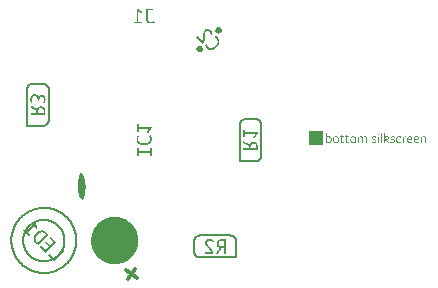
<source format=gbo>
G04                                                      *
G04 Greetings!                                           *
G04 This Gerber was generated by PCBmodE, an open source *
G04 PCB design software. Get it here:                    *
G04                                                      *
G04   http://pcbmode.com                                 *
G04                                                      *
G04 Also visit                                           *
G04                                                      *
G04   http://boldport.com                                *
G04                                                      *
G04 and follow @boldport / @pcbmode for updates!         *
G04                                                      *

G04 leading zeros omitted (L); absolute data (A); 6 integer digits and 6 fractional digits *
%FSLAX66Y66*%

G04 mode (MO): millimeters (MM) *
%MOMM*%

G04 Aperture definitions *
%ADD10C,0.001X*%
%ADD11C,0.001X*%
%ADD20C,0.15X*%
%ADD21C,0.33X*%

%LPD*%
D20*
G01X2788110Y-22262984D02*
G01X2788110Y-22262984D01*
G01X2747925Y-22221476D01*
G01X2709380Y-22178990D01*
G01X2672476Y-22135567D01*
G01X2637212Y-22091246D01*
G01X2603587Y-22046070D01*
G01X2571603Y-22000078D01*
G01X2541260Y-21953311D01*
G01X2512556Y-21905811D01*
G01X2485493Y-21857618D01*
G01X2460070Y-21808773D01*
G01X2436287Y-21759316D01*
G01X2414144Y-21709289D01*
G01X2393642Y-21658732D01*
G01X2374779Y-21607685D01*
G01X2357557Y-21556190D01*
G01X2341975Y-21504288D01*
G01X2328033Y-21452018D01*
G01X2315732Y-21399423D01*
G01X2305071Y-21346542D01*
G01X2296050Y-21293416D01*
G01X2288669Y-21240087D01*
G01X2282928Y-21186595D01*
G01X2278827Y-21132980D01*
G01X2276367Y-21079284D01*
G01X2275547Y-21025547D01*
G01X2276367Y-20971810D01*
G01X2278827Y-20918114D01*
G01X2282928Y-20864500D01*
G01X2288669Y-20811007D01*
G01X2296050Y-20757678D01*
G01X2305071Y-20704553D01*
G01X2315732Y-20651672D01*
G01X2328033Y-20599076D01*
G01X2341975Y-20546807D01*
G01X2357557Y-20494904D01*
G01X2374779Y-20443409D01*
G01X2393642Y-20392363D01*
G01X2414144Y-20341806D01*
G01X2436287Y-20291778D01*
G01X2460070Y-20242322D01*
G01X2485493Y-20193476D01*
G01X2512556Y-20145283D01*
G01X2541260Y-20097783D01*
G01X2571603Y-20051017D01*
G01X2603587Y-20005025D01*
G01X2637212Y-19959849D01*
G01X2672476Y-19915528D01*
G01X2709380Y-19872104D01*
G01X2747925Y-19829618D01*
G01X2788110Y-19788110D01*
G01X2788110Y-19788110D01*
G01X2788110Y-19788110D01*
G01X2829618Y-19747925D01*
G01X2872104Y-19709381D01*
G01X2915528Y-19672476D01*
G01X2959848Y-19637212D01*
G01X3005025Y-19603588D01*
G01X3051017Y-19571604D01*
G01X3097783Y-19541260D01*
G01X3145283Y-19512556D01*
G01X3193476Y-19485493D01*
G01X3242321Y-19460070D01*
G01X3291778Y-19436287D01*
G01X3341805Y-19414144D01*
G01X3392363Y-19393642D01*
G01X3443409Y-19374780D01*
G01X3494904Y-19357557D01*
G01X3546807Y-19341975D01*
G01X3599076Y-19328034D01*
G01X3651672Y-19315732D01*
G01X3704552Y-19305071D01*
G01X3757678Y-19296050D01*
G01X3811007Y-19288669D01*
G01X3864499Y-19282928D01*
G01X3918114Y-19278828D01*
G01X3971810Y-19276367D01*
G01X4025547Y-19275547D01*
G01X4079284Y-19276367D01*
G01X4132980Y-19278828D01*
G01X4186595Y-19282928D01*
G01X4240087Y-19288669D01*
G01X4293416Y-19296050D01*
G01X4346542Y-19305071D01*
G01X4399423Y-19315732D01*
G01X4452018Y-19328034D01*
G01X4504287Y-19341975D01*
G01X4556190Y-19357557D01*
G01X4607685Y-19374780D01*
G01X4658731Y-19393642D01*
G01X4709289Y-19414144D01*
G01X4759316Y-19436287D01*
G01X4808773Y-19460070D01*
G01X4857618Y-19485493D01*
G01X4905811Y-19512556D01*
G01X4953311Y-19541260D01*
G01X5000077Y-19571604D01*
G01X5046069Y-19603588D01*
G01X5091246Y-19637212D01*
G01X5135566Y-19672476D01*
G01X5178990Y-19709381D01*
G01X5221476Y-19747925D01*
G01X5262984Y-19788110D01*
G01X5262984Y-19788110D01*
G01X5262984Y-19788110D01*
G01X5303169Y-19829618D01*
G01X5341714Y-19872104D01*
G01X5378618Y-19915528D01*
G01X5413882Y-19959849D01*
G01X5447507Y-20005025D01*
G01X5479491Y-20051017D01*
G01X5509834Y-20097783D01*
G01X5538538Y-20145283D01*
G01X5565601Y-20193476D01*
G01X5591024Y-20242322D01*
G01X5614807Y-20291778D01*
G01X5636950Y-20341806D01*
G01X5657452Y-20392363D01*
G01X5676315Y-20443409D01*
G01X5693537Y-20494904D01*
G01X5709119Y-20546807D01*
G01X5723061Y-20599076D01*
G01X5735362Y-20651672D01*
G01X5746023Y-20704553D01*
G01X5755044Y-20757678D01*
G01X5762425Y-20811007D01*
G01X5768166Y-20864500D01*
G01X5772267Y-20918114D01*
G01X5774727Y-20971810D01*
G01X5775547Y-21025547D01*
G01X5774727Y-21079284D01*
G01X5772267Y-21132980D01*
G01X5768166Y-21186595D01*
G01X5762425Y-21240087D01*
G01X5755044Y-21293416D01*
G01X5746023Y-21346542D01*
G01X5735362Y-21399423D01*
G01X5723061Y-21452018D01*
G01X5709119Y-21504288D01*
G01X5693537Y-21556190D01*
G01X5676315Y-21607685D01*
G01X5657452Y-21658732D01*
G01X5636950Y-21709289D01*
G01X5614807Y-21759316D01*
G01X5591024Y-21808773D01*
G01X5565601Y-21857618D01*
G01X5538538Y-21905811D01*
G01X5509834Y-21953311D01*
G01X5479491Y-22000078D01*
G01X5447507Y-22046070D01*
G01X5413882Y-22091246D01*
G01X5378618Y-22135567D01*
G01X5341714Y-22178990D01*
G01X5303169Y-22221476D01*
G01X5262984Y-22262984D01*
G01X5262984Y-22262984D01*
G01X5262984Y-22262984D01*
G01X5221476Y-22303169D01*
G01X5178990Y-22341714D01*
G01X5135566Y-22378618D01*
G01X5091246Y-22413883D01*
G01X5046069Y-22447507D01*
G01X5000077Y-22479491D01*
G01X4953311Y-22509835D01*
G01X4905811Y-22538538D01*
G01X4857618Y-22565601D01*
G01X4808773Y-22591025D01*
G01X4759316Y-22614807D01*
G01X4709289Y-22636950D01*
G01X4658731Y-22657453D01*
G01X4607685Y-22676315D01*
G01X4556190Y-22693537D01*
G01X4504287Y-22709119D01*
G01X4452018Y-22723061D01*
G01X4399423Y-22735362D01*
G01X4346542Y-22746024D01*
G01X4293416Y-22755045D01*
G01X4240087Y-22762426D01*
G01X4186595Y-22768166D01*
G01X4132980Y-22772267D01*
G01X4079284Y-22774727D01*
G01X4025547Y-22775547D01*
G01X3971810Y-22774727D01*
G01X3918114Y-22772267D01*
G01X3864499Y-22768166D01*
G01X3811007Y-22762426D01*
G01X3757678Y-22755045D01*
G01X3704552Y-22746024D01*
G01X3651672Y-22735362D01*
G01X3599076Y-22723061D01*
G01X3546807Y-22709119D01*
G01X3494904Y-22693537D01*
G01X3443409Y-22676315D01*
G01X3392363Y-22657453D01*
G01X3341805Y-22636950D01*
G01X3291778Y-22614807D01*
G01X3242321Y-22591025D01*
G01X3193476Y-22565601D01*
G01X3145283Y-22538538D01*
G01X3097783Y-22509835D01*
G01X3051017Y-22479491D01*
G01X3005025Y-22447507D01*
G01X2959848Y-22413883D01*
G01X2915528Y-22378618D01*
G01X2872104Y-22341714D01*
G01X2829618Y-22303169D01*
G01X2788110Y-22262984D01*
G01X2788110Y-22262984D01*
D20*
G01X2081003Y-22970091D02*
G01X2081003Y-22970091D01*
G01X2017855Y-22904865D01*
G01X1957285Y-22838101D01*
G01X1899292Y-22769863D01*
G01X1843877Y-22700217D01*
G01X1791039Y-22629225D01*
G01X1740778Y-22556952D01*
G01X1693095Y-22483463D01*
G01X1647990Y-22408820D01*
G01X1605462Y-22333088D01*
G01X1565511Y-22256331D01*
G01X1528138Y-22178613D01*
G01X1493342Y-22099999D01*
G01X1461124Y-22020551D01*
G01X1431483Y-21940336D01*
G01X1404420Y-21859415D01*
G01X1379934Y-21777854D01*
G01X1358026Y-21695716D01*
G01X1338695Y-21613066D01*
G01X1321941Y-21529968D01*
G01X1307765Y-21446485D01*
G01X1296166Y-21362682D01*
G01X1287145Y-21278622D01*
G01X1280702Y-21194371D01*
G01X1276836Y-21109991D01*
G01X1275547Y-21025547D01*
G01X1276836Y-20941104D01*
G01X1280702Y-20856724D01*
G01X1287145Y-20772473D01*
G01X1296166Y-20688413D01*
G01X1307765Y-20604610D01*
G01X1321941Y-20521127D01*
G01X1338695Y-20438029D01*
G01X1358026Y-20355379D01*
G01X1379934Y-20273241D01*
G01X1404420Y-20191680D01*
G01X1431483Y-20110759D01*
G01X1461124Y-20030544D01*
G01X1493342Y-19951096D01*
G01X1528138Y-19872482D01*
G01X1565511Y-19794764D01*
G01X1605462Y-19718007D01*
G01X1647990Y-19642275D01*
G01X1693095Y-19567632D01*
G01X1740778Y-19494143D01*
G01X1791039Y-19421870D01*
G01X1843877Y-19350878D01*
G01X1899292Y-19281232D01*
G01X1957285Y-19212994D01*
G01X2017855Y-19146230D01*
G01X2081003Y-19081004D01*
G01X2081003Y-19081004D01*
G01X2081003Y-19081004D01*
G01X2146230Y-19017856D01*
G01X2212994Y-18957286D01*
G01X2281231Y-18899293D01*
G01X2350877Y-18843878D01*
G01X2421869Y-18791040D01*
G01X2494142Y-18740779D01*
G01X2567632Y-18693096D01*
G01X2642275Y-18647991D01*
G01X2718007Y-18605462D01*
G01X2794763Y-18565512D01*
G01X2872481Y-18528139D01*
G01X2951096Y-18493343D01*
G01X3030543Y-18461125D01*
G01X3110759Y-18431484D01*
G01X3191679Y-18404421D01*
G01X3273240Y-18379935D01*
G01X3355378Y-18358026D01*
G01X3438028Y-18338695D01*
G01X3521127Y-18321942D01*
G01X3604610Y-18307766D01*
G01X3688413Y-18296167D01*
G01X3772472Y-18287146D01*
G01X3856723Y-18280702D01*
G01X3941103Y-18276836D01*
G01X4025547Y-18275547D01*
G01X4109990Y-18276836D01*
G01X4194370Y-18280702D01*
G01X4278622Y-18287146D01*
G01X4362681Y-18296167D01*
G01X4446484Y-18307766D01*
G01X4529967Y-18321942D01*
G01X4613065Y-18338695D01*
G01X4695716Y-18358026D01*
G01X4777853Y-18379935D01*
G01X4859414Y-18404421D01*
G01X4940335Y-18431484D01*
G01X5020551Y-18461125D01*
G01X5099998Y-18493343D01*
G01X5178612Y-18528139D01*
G01X5256330Y-18565512D01*
G01X5333087Y-18605462D01*
G01X5408819Y-18647991D01*
G01X5483462Y-18693096D01*
G01X5556952Y-18740779D01*
G01X5629225Y-18791040D01*
G01X5700216Y-18843878D01*
G01X5769863Y-18899293D01*
G01X5838100Y-18957286D01*
G01X5904864Y-19017856D01*
G01X5970090Y-19081004D01*
G01X5970090Y-19081004D01*
G01X5970090Y-19081004D01*
G01X6033238Y-19146230D01*
G01X6093809Y-19212994D01*
G01X6151801Y-19281232D01*
G01X6207217Y-19350878D01*
G01X6260055Y-19421870D01*
G01X6310315Y-19494143D01*
G01X6357998Y-19567632D01*
G01X6403104Y-19642275D01*
G01X6445632Y-19718007D01*
G01X6485583Y-19794764D01*
G01X6522956Y-19872482D01*
G01X6557751Y-19951096D01*
G01X6589970Y-20030544D01*
G01X6619610Y-20110759D01*
G01X6646674Y-20191680D01*
G01X6671160Y-20273241D01*
G01X6693068Y-20355379D01*
G01X6712399Y-20438029D01*
G01X6729153Y-20521127D01*
G01X6743329Y-20604610D01*
G01X6754927Y-20688413D01*
G01X6763948Y-20772473D01*
G01X6770392Y-20856724D01*
G01X6774258Y-20941104D01*
G01X6775547Y-21025547D01*
G01X6774258Y-21109991D01*
G01X6770392Y-21194371D01*
G01X6763948Y-21278622D01*
G01X6754927Y-21362682D01*
G01X6743329Y-21446485D01*
G01X6729153Y-21529968D01*
G01X6712399Y-21613066D01*
G01X6693068Y-21695716D01*
G01X6671160Y-21777854D01*
G01X6646674Y-21859415D01*
G01X6619610Y-21940336D01*
G01X6589970Y-22020551D01*
G01X6557751Y-22099999D01*
G01X6522956Y-22178613D01*
G01X6485583Y-22256331D01*
G01X6445632Y-22333088D01*
G01X6403104Y-22408820D01*
G01X6357998Y-22483463D01*
G01X6310315Y-22556952D01*
G01X6260055Y-22629225D01*
G01X6207217Y-22700217D01*
G01X6151801Y-22769863D01*
G01X6093809Y-22838101D01*
G01X6033238Y-22904865D01*
G01X5970090Y-22970091D01*
G01X5970090Y-22970091D01*
G01X5970090Y-22970091D01*
G01X5904864Y-23033239D01*
G01X5838100Y-23093809D01*
G01X5769863Y-23151802D01*
G01X5700216Y-23207217D01*
G01X5629225Y-23260055D01*
G01X5556952Y-23310316D01*
G01X5483462Y-23357999D01*
G01X5408819Y-23403104D01*
G01X5333087Y-23445633D01*
G01X5256330Y-23485583D01*
G01X5178612Y-23522956D01*
G01X5099998Y-23557752D01*
G01X5020551Y-23589970D01*
G01X4940335Y-23619611D01*
G01X4859414Y-23646674D01*
G01X4777853Y-23671160D01*
G01X4695716Y-23693069D01*
G01X4613065Y-23712400D01*
G01X4529967Y-23729153D01*
G01X4446484Y-23743329D01*
G01X4362681Y-23754928D01*
G01X4278622Y-23763949D01*
G01X4194370Y-23770393D01*
G01X4109990Y-23774259D01*
G01X4025547Y-23775547D01*
G01X3941103Y-23774259D01*
G01X3856723Y-23770393D01*
G01X3772472Y-23763949D01*
G01X3688413Y-23754928D01*
G01X3604610Y-23743329D01*
G01X3521127Y-23729153D01*
G01X3438028Y-23712400D01*
G01X3355378Y-23693069D01*
G01X3273240Y-23671160D01*
G01X3191679Y-23646674D01*
G01X3110759Y-23619611D01*
G01X3030543Y-23589970D01*
G01X2951096Y-23557752D01*
G01X2872481Y-23522956D01*
G01X2794763Y-23485583D01*
G01X2718007Y-23445633D01*
G01X2642275Y-23403104D01*
G01X2567632Y-23357999D01*
G01X2494142Y-23310316D01*
G01X2421869Y-23260055D01*
G01X2350877Y-23207217D01*
G01X2281231Y-23151802D01*
G01X2212994Y-23093809D01*
G01X2146230Y-23033239D01*
G01X2081003Y-22970091D01*
G01X2081003Y-22970091D01*
D20*
G01X20605544Y-14310383D02*
G01X21945551Y-14310383D01*
G01X21945551Y-14310383D01*
G01X22002714Y-14307151D01*
G01X22057986Y-14297691D01*
G01X22111014Y-14282356D01*
G01X22161447Y-14261498D01*
G01X22208930Y-14235472D01*
G01X22253110Y-14204629D01*
G01X22293634Y-14169324D01*
G01X22330150Y-14129909D01*
G01X22362303Y-14086737D01*
G01X22389742Y-14040162D01*
G01X22412112Y-13990536D01*
G01X22429062Y-13938213D01*
G01X22440236Y-13883546D01*
G01X22445284Y-13826888D01*
G01X22445551Y-13810383D01*
G01X22445551Y-11240712D01*
G01X22445551Y-11240712D01*
G01X22442027Y-11183620D01*
G01X22431777Y-11128539D01*
G01X22415287Y-11075789D01*
G01X22393041Y-11025692D01*
G01X22365526Y-10978569D01*
G01X22333227Y-10934740D01*
G01X22296629Y-10894528D01*
G01X22256216Y-10858254D01*
G01X22212475Y-10826238D01*
G01X22165890Y-10798801D01*
G01X22116947Y-10776266D01*
G01X22066132Y-10758953D01*
G01X22013928Y-10747183D01*
G01X21960822Y-10741277D01*
G01X21945551Y-10740712D01*
G01X21105544Y-10740712D01*
G01X21105544Y-10740712D01*
G01X21048396Y-10743944D01*
G01X20993161Y-10753404D01*
G01X20940188Y-10768740D01*
G01X20889822Y-10789597D01*
G01X20842410Y-10815624D01*
G01X20798300Y-10846467D01*
G01X20757838Y-10881772D01*
G01X20721370Y-10921187D01*
G01X20689243Y-10964359D01*
G01X20661805Y-11010934D01*
G01X20639402Y-11060560D01*
G01X20622381Y-11112883D01*
G01X20611088Y-11167550D01*
G01X20605870Y-11224208D01*
G01X20605544Y-11240712D01*
G01X20605544Y-14310383D01*
D20*
G01X20310383Y-22445550D02*
G01X20310383Y-21105543D01*
G01X20310383Y-21105543D01*
G01X20307151Y-21048381D01*
G01X20297691Y-20993109D01*
G01X20282356Y-20940080D01*
G01X20261498Y-20889647D01*
G01X20235472Y-20842165D01*
G01X20204629Y-20797984D01*
G01X20169324Y-20757460D01*
G01X20129909Y-20720945D01*
G01X20086737Y-20688791D01*
G01X20040162Y-20661352D01*
G01X19990536Y-20638982D01*
G01X19938213Y-20622033D01*
G01X19883546Y-20610858D01*
G01X19826888Y-20605810D01*
G01X19810383Y-20605543D01*
G01X17240712Y-20605543D01*
G01X17240712Y-20605543D01*
G01X17183620Y-20609068D01*
G01X17128539Y-20619318D01*
G01X17075789Y-20635808D01*
G01X17025692Y-20658053D01*
G01X16978569Y-20685568D01*
G01X16934740Y-20717867D01*
G01X16894528Y-20754466D01*
G01X16858254Y-20794878D01*
G01X16826238Y-20838619D01*
G01X16798801Y-20885204D01*
G01X16776266Y-20934147D01*
G01X16758953Y-20984963D01*
G01X16747183Y-21037166D01*
G01X16741277Y-21090272D01*
G01X16740712Y-21105543D01*
G01X16740712Y-21945550D01*
G01X16740712Y-21945550D01*
G01X16743944Y-22002699D01*
G01X16753404Y-22057933D01*
G01X16768740Y-22110906D01*
G01X16789597Y-22161272D01*
G01X16815624Y-22208684D01*
G01X16846467Y-22252794D01*
G01X16881772Y-22293257D01*
G01X16921187Y-22329724D01*
G01X16964359Y-22361851D01*
G01X17010934Y-22389289D01*
G01X17060560Y-22411692D01*
G01X17112883Y-22428713D01*
G01X17167550Y-22440006D01*
G01X17224208Y-22445224D01*
G01X17240712Y-22445550D01*
G01X20310383Y-22445550D01*
D20*
G01X2605544Y-11310383D02*
G01X3945551Y-11310383D01*
G01X3945551Y-11310383D01*
G01X4002714Y-11307151D01*
G01X4057986Y-11297691D01*
G01X4111014Y-11282356D01*
G01X4161447Y-11261498D01*
G01X4208930Y-11235472D01*
G01X4253110Y-11204629D01*
G01X4293634Y-11169324D01*
G01X4330150Y-11129909D01*
G01X4362303Y-11086737D01*
G01X4389742Y-11040162D01*
G01X4412112Y-10990536D01*
G01X4429062Y-10938213D01*
G01X4440236Y-10883546D01*
G01X4445284Y-10826888D01*
G01X4445551Y-10810383D01*
G01X4445551Y-8240712D01*
G01X4445551Y-8240712D01*
G01X4442027Y-8183620D01*
G01X4431777Y-8128539D01*
G01X4415286Y-8075789D01*
G01X4393041Y-8025692D01*
G01X4365526Y-7978569D01*
G01X4333227Y-7934740D01*
G01X4296629Y-7894528D01*
G01X4256216Y-7858254D01*
G01X4212475Y-7826238D01*
G01X4165890Y-7798801D01*
G01X4116947Y-7776266D01*
G01X4066132Y-7758953D01*
G01X4013928Y-7747183D01*
G01X3960822Y-7741277D01*
G01X3945551Y-7740712D01*
G01X3105544Y-7740712D01*
G01X3105544Y-7740712D01*
G01X3048396Y-7743944D01*
G01X2993161Y-7753404D01*
G01X2940188Y-7768740D01*
G01X2889822Y-7789598D01*
G01X2842411Y-7815624D01*
G01X2798300Y-7846467D01*
G01X2757838Y-7881772D01*
G01X2721370Y-7921187D01*
G01X2689243Y-7964359D01*
G01X2661805Y-8010934D01*
G01X2639402Y-8060560D01*
G01X2622381Y-8112883D01*
G01X2611088Y-8167550D01*
G01X2605870Y-8224208D01*
G01X2605544Y-8240712D01*
G01X2605544Y-11310383D01*
G36*
G01X19013846Y-3037248D02*
G01X19013846Y-3037248D01*
G01X19043981Y-3071420D01*
G01X19069129Y-3108649D01*
G01X19088309Y-3147903D01*
G01X19100537Y-3188150D01*
G01X19104830Y-3228359D01*
G01X19104830Y-3228359D01*
G01X19104830Y-3228359D01*
G01X19098663Y-3276805D01*
G01X19081305Y-3324913D01*
G01X19054468Y-3370968D01*
G01X19019867Y-3413256D01*
G01X18979215Y-3450065D01*
G01X18934225Y-3479681D01*
G01X18886610Y-3500389D01*
G01X18838086Y-3510478D01*
G01X18822005Y-3511184D01*
G01X18822005Y-3511184D01*
G01X18773768Y-3505022D01*
G01X18725827Y-3487679D01*
G01X18679899Y-3460876D01*
G01X18637704Y-3426331D01*
G01X18600959Y-3385761D01*
G01X18571384Y-3340886D01*
G01X18550697Y-3293425D01*
G01X18540616Y-3245096D01*
G01X18539910Y-3229090D01*
G01X18539910Y-3229090D01*
G01X18546077Y-3180643D01*
G01X18563436Y-3132535D01*
G01X18590272Y-3086481D01*
G01X18624873Y-3044192D01*
G01X18665526Y-3007383D01*
G01X18710516Y-2977768D01*
G01X18758130Y-2957059D01*
G01X18806655Y-2946971D01*
G01X18822736Y-2946264D01*
G01X18822736Y-2946264D01*
G01X18862944Y-2950557D01*
G01X18903191Y-2962785D01*
G01X18942445Y-2981965D01*
G01X18979674Y-3007114D01*
G01X19013846Y-3037248D01*
G01X19013846Y-3037248D01*
G37*
G36*
G01X17419938Y-4631156D02*
G01X17419938Y-4631156D01*
G01X17450111Y-4665290D01*
G01X17475351Y-4702427D01*
G01X17494639Y-4741573D01*
G01X17506959Y-4781728D01*
G01X17511290Y-4821899D01*
G01X17511290Y-4821899D01*
G01X17511290Y-4821899D01*
G01X17505109Y-4870361D01*
G01X17487713Y-4918507D01*
G01X17460822Y-4964617D01*
G01X17426157Y-5006970D01*
G01X17385440Y-5043843D01*
G01X17340391Y-5073517D01*
G01X17292731Y-5094270D01*
G01X17244183Y-5104381D01*
G01X17228100Y-5105089D01*
G01X17228100Y-5105089D01*
G01X17179863Y-5098926D01*
G01X17131921Y-5081584D01*
G01X17085993Y-5054780D01*
G01X17043798Y-5020235D01*
G01X17007054Y-4979666D01*
G01X16977479Y-4934791D01*
G01X16956792Y-4887330D01*
G01X16946711Y-4839000D01*
G01X16946005Y-4822995D01*
G01X16946005Y-4822995D01*
G01X16952186Y-4774533D01*
G01X16969582Y-4726386D01*
G01X16996474Y-4680276D01*
G01X17031138Y-4637924D01*
G01X17071856Y-4601050D01*
G01X17116905Y-4571377D01*
G01X17164564Y-4550623D01*
G01X17213113Y-4540512D01*
G01X17229196Y-4539804D01*
G01X17229196Y-4539804D01*
G01X17269366Y-4544136D01*
G01X17309522Y-4556455D01*
G01X17348667Y-4575743D01*
G01X17385805Y-4600983D01*
G01X17419938Y-4631156D01*
G01X17419938Y-4631156D01*
G37*
G36*
G01X7102082Y-15354546D02*
G01X7102082Y-15354546D01*
G01X7138458Y-15312578D01*
G01X7177237Y-15289198D01*
G01X7217089Y-15287474D01*
G01X7256685Y-15310474D01*
G01X7256685Y-15310474D01*
G01X7256685Y-15310474D01*
G01X7277172Y-15331799D01*
G01X7297601Y-15357406D01*
G01X7317879Y-15387060D01*
G01X7337917Y-15420521D01*
G01X7357625Y-15457553D01*
G01X7376912Y-15497919D01*
G01X7395688Y-15541379D01*
G01X7413863Y-15587698D01*
G01X7431345Y-15636637D01*
G01X7448045Y-15687959D01*
G01X7463872Y-15741426D01*
G01X7478736Y-15796801D01*
G01X7492547Y-15853846D01*
G01X7505213Y-15912323D01*
G01X7516646Y-15971996D01*
G01X7526753Y-16032626D01*
G01X7532711Y-16073461D01*
G01X7532711Y-16073461D01*
G01X7539221Y-16124081D01*
G01X7544795Y-16174410D01*
G01X7549449Y-16224499D01*
G01X7553197Y-16274402D01*
G01X7556054Y-16324172D01*
G01X7558037Y-16373861D01*
G01X7559160Y-16423523D01*
G01X7559439Y-16473209D01*
G01X7558888Y-16522972D01*
G01X7557524Y-16572866D01*
G01X7555362Y-16622944D01*
G01X7552416Y-16673256D01*
G01X7548702Y-16723858D01*
G01X7544236Y-16774801D01*
G01X7539032Y-16826138D01*
G01X7533106Y-16877921D01*
G01X7526474Y-16930205D01*
G01X7519150Y-16983040D01*
G01X7511150Y-17036481D01*
G01X7502490Y-17090579D01*
G01X7502490Y-17090579D01*
G01X7502490Y-17090579D01*
G01X7481934Y-17203265D01*
G01X7460544Y-17298335D01*
G01X7438388Y-17376922D01*
G01X7415538Y-17440156D01*
G01X7392061Y-17489172D01*
G01X7368028Y-17525099D01*
G01X7343509Y-17549072D01*
G01X7318572Y-17562220D01*
G01X7293287Y-17565677D01*
G01X7267725Y-17560574D01*
G01X7241954Y-17548044D01*
G01X7216043Y-17529219D01*
G01X7190064Y-17505229D01*
G01X7164084Y-17477208D01*
G01X7138174Y-17446288D01*
G01X7112403Y-17413600D01*
G01X7095334Y-17391385D01*
G01X7095334Y-17391385D01*
G01X7076628Y-17363731D01*
G01X7058481Y-17330651D01*
G01X7040951Y-17292594D01*
G01X7024099Y-17250011D01*
G01X7007981Y-17203352D01*
G01X6992657Y-17153067D01*
G01X6978186Y-17099605D01*
G01X6964626Y-17043416D01*
G01X6952036Y-16984951D01*
G01X6940474Y-16924660D01*
G01X6929999Y-16862991D01*
G01X6920670Y-16800396D01*
G01X6912546Y-16737323D01*
G01X6905685Y-16674224D01*
G01X6900145Y-16611548D01*
G01X6895986Y-16549744D01*
G01X6894009Y-16509249D01*
G01X6894009Y-16509249D01*
G01X6892121Y-16445537D01*
G01X6891666Y-16382174D01*
G01X6892583Y-16319277D01*
G01X6894813Y-16256963D01*
G01X6898293Y-16195349D01*
G01X6902963Y-16134550D01*
G01X6908762Y-16074684D01*
G01X6915630Y-16015867D01*
G01X6923505Y-15958216D01*
G01X6932326Y-15901847D01*
G01X6942033Y-15846877D01*
G01X6952566Y-15793423D01*
G01X6963862Y-15741601D01*
G01X6975862Y-15691527D01*
G01X6988504Y-15643320D01*
G01X7001727Y-15597094D01*
G01X7015471Y-15552967D01*
G01X7029675Y-15511056D01*
G01X7044279Y-15471476D01*
G01X7059220Y-15434345D01*
G01X7059220Y-15434345D01*
G01X7059220Y-15434345D01*
G01X7079629Y-15391498D01*
G01X7102083Y-15354545D01*
G01X7102083Y-15354545D01*
G37*
G36*
G01X8878394Y-22663851D02*
G01X8878394Y-22663851D01*
G01X8824929Y-22625109D01*
G01X8773115Y-22584941D01*
G01X8722962Y-22543392D01*
G01X8674476Y-22500507D01*
G01X8627667Y-22456334D01*
G01X8582542Y-22410918D01*
G01X8539109Y-22364305D01*
G01X8497377Y-22316540D01*
G01X8457353Y-22267670D01*
G01X8419046Y-22217740D01*
G01X8382463Y-22166797D01*
G01X8347614Y-22114886D01*
G01X8314505Y-22062052D01*
G01X8283145Y-22008343D01*
G01X8253542Y-21953804D01*
G01X8225705Y-21898480D01*
G01X8199640Y-21842418D01*
G01X8175357Y-21785663D01*
G01X8152863Y-21728262D01*
G01X8132167Y-21670260D01*
G01X8113276Y-21611703D01*
G01X8096199Y-21552637D01*
G01X8080944Y-21493108D01*
G01X8067519Y-21433161D01*
G01X8055932Y-21372843D01*
G01X8046190Y-21312200D01*
G01X8038303Y-21251277D01*
G01X8032278Y-21190120D01*
G01X8028123Y-21128776D01*
G01X8025847Y-21067289D01*
G01X8025457Y-21005707D01*
G01X8026962Y-20944074D01*
G01X8030369Y-20882436D01*
G01X8035688Y-20820841D01*
G01X8042925Y-20759332D01*
G01X8052089Y-20697957D01*
G01X8063188Y-20636761D01*
G01X8076230Y-20575791D01*
G01X8091223Y-20515091D01*
G01X8108176Y-20454708D01*
G01X8127096Y-20394687D01*
G01X8147991Y-20335075D01*
G01X8170870Y-20275918D01*
G01X8195741Y-20217261D01*
G01X8222611Y-20159150D01*
G01X8251490Y-20101631D01*
G01X8282384Y-20044750D01*
G01X8315302Y-19988553D01*
G01X8350252Y-19933086D01*
G01X8387243Y-19878394D01*
G01X8387243Y-19878394D01*
G01X8387243Y-19878394D01*
G01X8425985Y-19824929D01*
G01X8466153Y-19773115D01*
G01X8507703Y-19722962D01*
G01X8550587Y-19674476D01*
G01X8594760Y-19627667D01*
G01X8640176Y-19582542D01*
G01X8686789Y-19539109D01*
G01X8734554Y-19497377D01*
G01X8783424Y-19457353D01*
G01X8833354Y-19419046D01*
G01X8884297Y-19382464D01*
G01X8936208Y-19347614D01*
G01X8989042Y-19314505D01*
G01X9042751Y-19283145D01*
G01X9097290Y-19253542D01*
G01X9152614Y-19225705D01*
G01X9208676Y-19199640D01*
G01X9265431Y-19175357D01*
G01X9322832Y-19152863D01*
G01X9380834Y-19132167D01*
G01X9439391Y-19113276D01*
G01X9498457Y-19096199D01*
G01X9557986Y-19080944D01*
G01X9617933Y-19067519D01*
G01X9678251Y-19055932D01*
G01X9738894Y-19046190D01*
G01X9799817Y-19038303D01*
G01X9860974Y-19032278D01*
G01X9922318Y-19028123D01*
G01X9983805Y-19025847D01*
G01X10045387Y-19025457D01*
G01X10107020Y-19026962D01*
G01X10168658Y-19030369D01*
G01X10230253Y-19035688D01*
G01X10291762Y-19042925D01*
G01X10353137Y-19052089D01*
G01X10414333Y-19063188D01*
G01X10475303Y-19076230D01*
G01X10536003Y-19091223D01*
G01X10596386Y-19108176D01*
G01X10656407Y-19127096D01*
G01X10716019Y-19147991D01*
G01X10775176Y-19170870D01*
G01X10833833Y-19195741D01*
G01X10891944Y-19222611D01*
G01X10949463Y-19251490D01*
G01X11006344Y-19282384D01*
G01X11062541Y-19315302D01*
G01X11118008Y-19350252D01*
G01X11172700Y-19387243D01*
G01X11172700Y-19387243D01*
G01X11172700Y-19387243D01*
G01X11226165Y-19425985D01*
G01X11277979Y-19466153D01*
G01X11328132Y-19507703D01*
G01X11376618Y-19550587D01*
G01X11423427Y-19594760D01*
G01X11468552Y-19640176D01*
G01X11511985Y-19686789D01*
G01X11553717Y-19734554D01*
G01X11593741Y-19783424D01*
G01X11632048Y-19833354D01*
G01X11668631Y-19884297D01*
G01X11703480Y-19936208D01*
G01X11736589Y-19989042D01*
G01X11767949Y-20042751D01*
G01X11797552Y-20097290D01*
G01X11825390Y-20152614D01*
G01X11851454Y-20208676D01*
G01X11875737Y-20265431D01*
G01X11898231Y-20322832D01*
G01X11918927Y-20380834D01*
G01X11937818Y-20439391D01*
G01X11954895Y-20498457D01*
G01X11970150Y-20557986D01*
G01X11983575Y-20617933D01*
G01X11995163Y-20678251D01*
G01X12004904Y-20738894D01*
G01X12012791Y-20799817D01*
G01X12018816Y-20860974D01*
G01X12022971Y-20922318D01*
G01X12025247Y-20983805D01*
G01X12025637Y-21045388D01*
G01X12024132Y-21107020D01*
G01X12020725Y-21168658D01*
G01X12015406Y-21230253D01*
G01X12008169Y-21291762D01*
G01X11999005Y-21353137D01*
G01X11987906Y-21414333D01*
G01X11974864Y-21475303D01*
G01X11959871Y-21536003D01*
G01X11942918Y-21596387D01*
G01X11923998Y-21656407D01*
G01X11903103Y-21716019D01*
G01X11880224Y-21775176D01*
G01X11855353Y-21833833D01*
G01X11828483Y-21891944D01*
G01X11799604Y-21949463D01*
G01X11768710Y-22006344D01*
G01X11735792Y-22062541D01*
G01X11700842Y-22118008D01*
G01X11663851Y-22172700D01*
G01X11663851Y-22172700D01*
G01X11663851Y-22172700D01*
G01X11625109Y-22226165D01*
G01X11584941Y-22277979D01*
G01X11543391Y-22328132D01*
G01X11500507Y-22376618D01*
G01X11456334Y-22423427D01*
G01X11410918Y-22468552D01*
G01X11364305Y-22511985D01*
G01X11316540Y-22553717D01*
G01X11267670Y-22593741D01*
G01X11217740Y-22632048D01*
G01X11166797Y-22668631D01*
G01X11114886Y-22703480D01*
G01X11062052Y-22736589D01*
G01X11008343Y-22767949D01*
G01X10953804Y-22797552D01*
G01X10898480Y-22825390D01*
G01X10842418Y-22851454D01*
G01X10785663Y-22875737D01*
G01X10728262Y-22898231D01*
G01X10670260Y-22918927D01*
G01X10611703Y-22937818D01*
G01X10552637Y-22954895D01*
G01X10493108Y-22970150D01*
G01X10433161Y-22983575D01*
G01X10372843Y-22995163D01*
G01X10312200Y-23004904D01*
G01X10251277Y-23012791D01*
G01X10190120Y-23018816D01*
G01X10128776Y-23022971D01*
G01X10067289Y-23025247D01*
G01X10005707Y-23025637D01*
G01X9944074Y-23024132D01*
G01X9882436Y-23020725D01*
G01X9820841Y-23015406D01*
G01X9759332Y-23008169D01*
G01X9697957Y-22999005D01*
G01X9636761Y-22987906D01*
G01X9575791Y-22974864D01*
G01X9515091Y-22959871D01*
G01X9454708Y-22942918D01*
G01X9394687Y-22923998D01*
G01X9335075Y-22903103D01*
G01X9275918Y-22880224D01*
G01X9217261Y-22855353D01*
G01X9159150Y-22828483D01*
G01X9101631Y-22799604D01*
G01X9044750Y-22768710D01*
G01X8988553Y-22735792D01*
G01X8933086Y-22700842D01*
G01X8878394Y-22663851D01*
G01X8878394Y-22663851D01*
G37*
D21*
G01X11011629Y-23547171D02*
G01X11905988Y-24173408D01*
D21*
G01X11771927Y-23413110D02*
G01X11145690Y-24307469D01*
G36*
G01X4893211Y-22770173D02*
G01X5768808Y-21894576D01*
G01X5652799Y-21778566D01*
G01X4875948Y-22555417D01*
G01X4469914Y-22149383D01*
G01X4371167Y-22248129D01*
G01X4893211Y-22770173D01*
G37*
G36*
G01X4186104Y-22063066D02*
G01X5061701Y-21187469D01*
G01X4570732Y-20696500D01*
G01X4471295Y-20795937D01*
G01X4846255Y-21170896D01*
G01X4577637Y-21439514D01*
G01X4249633Y-21111511D01*
G01X4150887Y-21210257D01*
G01X4478891Y-21538261D01*
G01X4168841Y-21848310D01*
G01X3762807Y-21442276D01*
G01X3664061Y-21541023D01*
G01X4186104Y-22063066D01*
G37*
G36*
G01X3544598Y-21393939D02*
G01X4393265Y-20545273D01*
G01X4393265Y-20545273D01*
G01X4351120Y-20482235D01*
G01X4309340Y-20427783D01*
G01X4273095Y-20385030D01*
G01X4247556Y-20357094D01*
G01X4237894Y-20347089D01*
G01X4237894Y-20347089D01*
G01X4237894Y-20347089D01*
G01X4178745Y-20294435D01*
G01X4123784Y-20254253D01*
G01X4080926Y-20227402D01*
G01X4058085Y-20214738D01*
G01X4056284Y-20213816D01*
G01X4056284Y-20213816D01*
G01X3986561Y-20186748D01*
G01X3923058Y-20172438D01*
G01X3875453Y-20166819D01*
G01X3853426Y-20165826D01*
G01X3852922Y-20165824D01*
G01X3852922Y-20165824D01*
G01X3782574Y-20172765D01*
G01X3717640Y-20188499D01*
G01X3666036Y-20206078D01*
G01X3635683Y-20218553D01*
G01X3630915Y-20220722D01*
G01X3630915Y-20220722D01*
G01X3572297Y-20253318D01*
G01X3516526Y-20291814D01*
G01X3467285Y-20330734D01*
G01X3428258Y-20364603D01*
G01X3403131Y-20387943D01*
G01X3395443Y-20395427D01*
G01X3395443Y-20395427D01*
G01X3339207Y-20456334D01*
G01X3294219Y-20512948D01*
G01X3260113Y-20562052D01*
G01X3236523Y-20600429D01*
G01X3223081Y-20624864D01*
G01X3219357Y-20632280D01*
G01X3219357Y-20632280D01*
G01X3190692Y-20706050D01*
G01X3174385Y-20770994D01*
G01X3166949Y-20820889D01*
G01X3164899Y-20849516D01*
G01X3164805Y-20853941D01*
G01X3164805Y-20853941D01*
G01X3171921Y-20927634D01*
G01X3187849Y-20990770D01*
G01X3204454Y-21036130D01*
G01X3213604Y-21056500D01*
G01X3213833Y-21056958D01*
G01X3213833Y-21056958D01*
G01X3251797Y-21120818D01*
G01X3292219Y-21175489D01*
G01X3326377Y-21215730D01*
G01X3345549Y-21236298D01*
G01X3347106Y-21237878D01*
G01X3347106Y-21237878D01*
G01X3401056Y-21288050D01*
G01X3454210Y-21330995D01*
G01X3500139Y-21364461D01*
G01X3532412Y-21386194D01*
G01X3544598Y-21393939D01*
G01X3544598Y-21393939D01*
G37*
%LPC*%
G36*
G01X3512143Y-21194375D02*
G01X3512143Y-21194375D01*
G01X3459404Y-21148886D01*
G01X3436184Y-21126702D01*
G01X3436184Y-21126702D01*
G01X3436184Y-21126702D01*
G01X3386576Y-21068407D01*
G01X3355586Y-21020409D01*
G01X3342719Y-20995790D01*
G01X3342272Y-20994810D01*
G01X3342272Y-20994810D01*
G01X3322661Y-20925730D01*
G01X3318644Y-20871085D01*
G01X3319484Y-20850489D01*
G01X3319484Y-20850489D01*
G01X3334766Y-20782387D01*
G01X3357469Y-20724800D01*
G01X3373385Y-20692720D01*
G01X3374727Y-20690285D01*
G01X3374727Y-20690285D01*
G01X3412962Y-20632160D01*
G01X3455293Y-20578883D01*
G01X3491790Y-20537714D01*
G01X3512521Y-20515911D01*
G01X3514215Y-20514199D01*
G01X3514215Y-20514199D01*
G01X3582106Y-20452671D01*
G01X3645705Y-20405746D01*
G01X3703347Y-20371466D01*
G01X3753367Y-20347875D01*
G01X3794097Y-20333016D01*
G01X3823872Y-20324931D01*
G01X3841027Y-20321663D01*
G01X3844635Y-20321194D01*
G01X3844635Y-20321194D01*
G01X3915842Y-20324338D01*
G01X3981396Y-20343390D01*
G01X4038454Y-20371401D01*
G01X4084173Y-20401420D01*
G01X4115711Y-20426498D01*
G01X4130226Y-20439687D01*
G01X4130862Y-20440312D01*
G01X4130862Y-20440312D01*
G01X4166404Y-20477233D01*
G01X4166424Y-20477255D01*
G01X4166424Y-20477255D01*
G01X4193700Y-20512818D01*
G01X3512143Y-21194375D01*
G37*
%LPD*%
G36*
G01X3488665Y-19976273D02*
G01X3488665Y-19976273D01*
G01X3461636Y-19906965D01*
G01X3440918Y-19843132D01*
G01X3427018Y-19793646D01*
G01X3420437Y-19767380D01*
G01X3419957Y-19765315D01*
G01X3419957Y-19765315D01*
G01X3407826Y-19691592D01*
G01X3402863Y-19622649D01*
G01X3402312Y-19567374D01*
G01X3403416Y-19534656D01*
G01X3403729Y-19529497D01*
G01X3322246Y-19448014D01*
G01X2545396Y-20224865D01*
G01X2379668Y-20059137D01*
G01X2280921Y-20157883D01*
G01X2751865Y-20628827D01*
G01X2850612Y-20530081D01*
G01X2661405Y-20340875D01*
G01X3275290Y-19726990D01*
G01X3275290Y-19726990D01*
G01X3283156Y-19787099D01*
G01X3284267Y-19793281D01*
G01X3284267Y-19793281D01*
G01X3299120Y-19856388D01*
G01X3302911Y-19869930D01*
G01X3302911Y-19869930D01*
G01X3323685Y-19933251D01*
G01X3330188Y-19951068D01*
G01X3330188Y-19951068D01*
G01X3356812Y-20012346D01*
G01X3364369Y-20027372D01*
G37*
G36*
G01X20900547Y-13408360D02*
G01X22120274Y-13408360D01*
G01X22120274Y-13408360D01*
G01X22133048Y-13347556D01*
G01X22134434Y-13339512D01*
G01X22134434Y-13339512D01*
G01X22142483Y-13274567D01*
G01X22143711Y-13259923D01*
G01X22143711Y-13259923D01*
G01X22147802Y-13194069D01*
G01X22148594Y-13178868D01*
G01X22148594Y-13178868D01*
G01X22150494Y-13114644D01*
G01X22150547Y-13106602D01*
G01X22150547Y-13106602D01*
G01X22144585Y-13013426D01*
G01X22129348Y-12935207D01*
G01X22108811Y-12872004D01*
G01X22086949Y-12823876D01*
G01X22067738Y-12790883D01*
G01X22055151Y-12773084D01*
G01X22052403Y-12769688D01*
G01X22052403Y-12769688D01*
G01X21999163Y-12723549D01*
G01X21938390Y-12692026D01*
G01X21877176Y-12672335D01*
G01X21822613Y-12661692D01*
G01X21781793Y-12657313D01*
G01X21761808Y-12656414D01*
G01X21760899Y-12656407D01*
G01X21760899Y-12656407D01*
G01X21684182Y-12665125D01*
G01X21621855Y-12684636D01*
G01X21578861Y-12704977D01*
G01X21560140Y-12716185D01*
G01X21559727Y-12716466D01*
G01X21559727Y-12716466D01*
G01X21504020Y-12765044D01*
G01X21462543Y-12816274D01*
G01X21436023Y-12858130D01*
G01X21425190Y-12878580D01*
G01X21424961Y-12879063D01*
G01X21315586Y-12811680D01*
G01X21185703Y-12736485D01*
G01X21043125Y-12661290D01*
G01X21043125Y-12661290D01*
G01X20976157Y-12628297D01*
G01X20924452Y-12603896D01*
G01X20900876Y-12593079D01*
G01X20900547Y-12592930D01*
G01X20900547Y-12768712D01*
G01X20900547Y-12768712D01*
G01X20972191Y-12799701D01*
G01X21038319Y-12830275D01*
G01X21095359Y-12857987D01*
G01X21139744Y-12880391D01*
G01X21167903Y-12895039D01*
G01X21176426Y-12899571D01*
G01X21176426Y-12899571D01*
G01X21249532Y-12941165D01*
G01X21309043Y-12978493D01*
G01X21353438Y-13008696D01*
G01X21381192Y-13028915D01*
G01X21390782Y-13036290D01*
G01X21390782Y-13036290D01*
G01X21390782Y-13036290D01*
G01X21388828Y-13071446D01*
G01X21388828Y-13102696D01*
G01X21388828Y-13242345D01*
G01X20900547Y-13242345D01*
G01X20900547Y-13408360D01*
G37*
%LPC*%
G36*
G01X21524571Y-13242345D02*
G01X21524571Y-13136876D01*
G01X21524571Y-13136876D01*
G01X21527868Y-13061723D01*
G01X21533126Y-13015329D01*
G01X21534336Y-13007481D01*
G01X21534336Y-13007481D01*
G01X21555581Y-12939107D01*
G01X21571317Y-12909532D01*
G01X21571446Y-12909337D01*
G01X21571446Y-12909337D01*
G01X21619713Y-12861831D01*
G01X21645664Y-12846348D01*
G01X21645664Y-12846348D01*
G01X21709227Y-12829122D01*
G01X21760414Y-12824552D01*
G01X21768711Y-12824376D01*
G01X21768711Y-12824376D01*
G01X21844365Y-12832748D01*
G01X21883430Y-12844841D01*
G01X21886875Y-12846348D01*
G01X21886875Y-12846348D01*
G01X21943342Y-12886412D01*
G01X21959629Y-12904454D01*
G01X21959629Y-12904454D01*
G01X21990158Y-12964407D01*
G01X21997715Y-12989415D01*
G01X21997715Y-12989415D01*
G01X22007367Y-13057081D01*
G01X22008945Y-13092672D01*
G01X22008946Y-13092930D01*
G01X22008946Y-13092930D01*
G01X22008355Y-13161146D01*
G01X22007969Y-13181798D01*
G01X22007969Y-13181798D01*
G01X22002490Y-13240782D01*
G01X22002110Y-13242345D01*
G01X21524571Y-13242345D01*
G37*
%LPD*%
G36*
G01X21882969Y-12368321D02*
G01X21882969Y-12368321D01*
G01X21912864Y-12300200D01*
G01X21943352Y-12240414D01*
G01X21968514Y-12195594D01*
G01X21982434Y-12172368D01*
G01X21983555Y-12170567D01*
G01X21983555Y-12170567D01*
G01X22027106Y-12109860D01*
G01X22072348Y-12057600D01*
G01X22111044Y-12018125D01*
G01X22134959Y-11995771D01*
G01X22138828Y-11992345D01*
G01X22138828Y-11877110D01*
G01X21040196Y-11877110D01*
G01X21040196Y-11642735D01*
G01X20900547Y-11642735D01*
G01X20900547Y-12308751D01*
G01X21040196Y-12308751D01*
G01X21040196Y-12041173D01*
G01X21908360Y-12041173D01*
G01X21908360Y-12041173D01*
G01X21871418Y-12089238D01*
G01X21867832Y-12094395D01*
G01X21867832Y-12094395D01*
G01X21833712Y-12149522D01*
G01X21826817Y-12161778D01*
G01X21826817Y-12161778D01*
G01X21796731Y-12221242D01*
G01X21788731Y-12238438D01*
G01X21788731Y-12238438D01*
G01X21764227Y-12300595D01*
G01X21758946Y-12316563D01*
G37*
G36*
G01X19415195Y-22158359D02*
G01X19415195Y-20938633D01*
G01X19415195Y-20938633D01*
G01X19354391Y-20925858D01*
G01X19346347Y-20924472D01*
G01X19346347Y-20924472D01*
G01X19281402Y-20916423D01*
G01X19266758Y-20915195D01*
G01X19266758Y-20915195D01*
G01X19200904Y-20911105D01*
G01X19185703Y-20910312D01*
G01X19185703Y-20910312D01*
G01X19121479Y-20908412D01*
G01X19113437Y-20908359D01*
G01X19113437Y-20908359D01*
G01X19020261Y-20914321D01*
G01X18942042Y-20929558D01*
G01X18878839Y-20950095D01*
G01X18830711Y-20971957D01*
G01X18797718Y-20991169D01*
G01X18779919Y-21003756D01*
G01X18776523Y-21006504D01*
G01X18776523Y-21006504D01*
G01X18730384Y-21059744D01*
G01X18698861Y-21120516D01*
G01X18679170Y-21181730D01*
G01X18668527Y-21236293D01*
G01X18664148Y-21277113D01*
G01X18663249Y-21297098D01*
G01X18663242Y-21298008D01*
G01X18663242Y-21298008D01*
G01X18671960Y-21374725D01*
G01X18691471Y-21437051D01*
G01X18711812Y-21480045D01*
G01X18723020Y-21498766D01*
G01X18723301Y-21499179D01*
G01X18723301Y-21499179D01*
G01X18771879Y-21554886D01*
G01X18823109Y-21596364D01*
G01X18864965Y-21622883D01*
G01X18885415Y-21633716D01*
G01X18885898Y-21633945D01*
G01X18818515Y-21743320D01*
G01X18743320Y-21873203D01*
G01X18668125Y-22015781D01*
G01X18668125Y-22015781D01*
G01X18635132Y-22082750D01*
G01X18610731Y-22134454D01*
G01X18599914Y-22158031D01*
G01X18599765Y-22158359D01*
G01X18775547Y-22158359D01*
G01X18775547Y-22158359D01*
G01X18806536Y-22086715D01*
G01X18837110Y-22020588D01*
G01X18864822Y-21963547D01*
G01X18887226Y-21919162D01*
G01X18901874Y-21891003D01*
G01X18906406Y-21882480D01*
G01X18906406Y-21882480D01*
G01X18948000Y-21809375D01*
G01X18985328Y-21749863D01*
G01X19015531Y-21705469D01*
G01X19035750Y-21677715D01*
G01X19043125Y-21668125D01*
G01X19043125Y-21668125D01*
G01X19043125Y-21668125D01*
G01X19078281Y-21670078D01*
G01X19109531Y-21670078D01*
G01X19249180Y-21670078D01*
G01X19249180Y-22158359D01*
G01X19415195Y-22158359D01*
G37*
%LPC*%
G36*
G01X19249180Y-21534336D02*
G01X19143711Y-21534336D01*
G01X19143711Y-21534336D01*
G01X19068558Y-21531038D01*
G01X19022164Y-21525780D01*
G01X19014316Y-21524570D01*
G01X19014316Y-21524570D01*
G01X18945942Y-21503326D01*
G01X18916367Y-21487589D01*
G01X18916172Y-21487461D01*
G01X18916172Y-21487461D01*
G01X18868666Y-21439193D01*
G01X18853183Y-21413242D01*
G01X18853183Y-21413242D01*
G01X18835957Y-21349679D01*
G01X18831387Y-21298492D01*
G01X18831211Y-21290195D01*
G01X18831211Y-21290195D01*
G01X18839583Y-21214541D01*
G01X18851676Y-21175476D01*
G01X18853183Y-21172031D01*
G01X18853183Y-21172031D01*
G01X18893247Y-21115565D01*
G01X18911289Y-21099277D01*
G01X18911289Y-21099277D01*
G01X18971242Y-21068748D01*
G01X18996250Y-21061191D01*
G01X18996250Y-21061191D01*
G01X19063916Y-21051540D01*
G01X19099507Y-21049961D01*
G01X19099765Y-21049961D01*
G01X19099765Y-21049961D01*
G01X19167981Y-21050551D01*
G01X19188633Y-21050937D01*
G01X19188633Y-21050937D01*
G01X19247617Y-21056416D01*
G01X19249180Y-21056797D01*
G01X19249180Y-21534336D01*
G37*
%LPD*%
G36*
G01X18411289Y-21040195D02*
G01X18411289Y-21040195D01*
G01X18367958Y-21000006D01*
G01X18363437Y-20996250D01*
G01X18363437Y-20996250D01*
G01X18308329Y-20959095D01*
G01X18286289Y-20946933D01*
G01X18286289Y-20946933D01*
G01X18222503Y-20920291D01*
G01X18185807Y-20908526D01*
G01X18185215Y-20908359D01*
G01X18185215Y-20908359D01*
G01X18115832Y-20895783D01*
G01X18070171Y-20892798D01*
G01X18065586Y-20892734D01*
G01X18065586Y-20892734D01*
G01X17975237Y-20899566D01*
G01X17902240Y-20916568D01*
G01X17846335Y-20938501D01*
G01X17807264Y-20960125D01*
G01X17784768Y-20976203D01*
G01X17778476Y-20981601D01*
G01X17778476Y-20981601D01*
G01X17735007Y-21038943D01*
G01X17707813Y-21102988D01*
G01X17693079Y-21163729D01*
G01X17686985Y-21211158D01*
G01X17685715Y-21235269D01*
G01X17685703Y-21236484D01*
G01X17685703Y-21236484D01*
G01X17694469Y-21307984D01*
G01X17708015Y-21353797D01*
G01X17710605Y-21360508D01*
G01X17710605Y-21360508D01*
G01X17742839Y-21424675D01*
G01X17770226Y-21468926D01*
G01X17776523Y-21478183D01*
G01X17776523Y-21478183D01*
G01X17820858Y-21536015D01*
G01X17857010Y-21578361D01*
G01X17869297Y-21591953D01*
G01X17975742Y-21702304D01*
G01X18045078Y-21774570D01*
G01X18045078Y-21774570D01*
G01X18092916Y-21827224D01*
G01X18119745Y-21858688D01*
G01X18121250Y-21860508D01*
G01X18121250Y-21860508D01*
G01X18163548Y-21918011D01*
G01X18181194Y-21946246D01*
G01X18181308Y-21946445D01*
G01X18181308Y-21946445D01*
G01X18204294Y-22008941D01*
G01X18205234Y-22018711D01*
G01X17635898Y-22018711D01*
G01X17635898Y-22158359D01*
G01X18385898Y-22158359D01*
G01X18385898Y-22158359D01*
G01X18387851Y-22136875D01*
G01X18387851Y-22116367D01*
G01X18387851Y-22116367D01*
G01X18381007Y-22041444D01*
G01X18367899Y-21985733D01*
G01X18359663Y-21960946D01*
G01X18359531Y-21960605D01*
G01X18359531Y-21960605D01*
G01X18328530Y-21893992D01*
G01X18300164Y-21844482D01*
G01X18287279Y-21824394D01*
G01X18287265Y-21824375D01*
G01X18287265Y-21824375D01*
G01X18243922Y-21766500D01*
G01X18206842Y-21723025D01*
G01X18188891Y-21703550D01*
G01X18188633Y-21703281D01*
G01X18079258Y-21591953D01*
G01X17994297Y-21506015D01*
G01X17994297Y-21506015D01*
G01X17946200Y-21452154D01*
G01X17923099Y-21422816D01*
G01X17922519Y-21422031D01*
G01X17922519Y-21422031D01*
G01X17886081Y-21362827D01*
G01X17872715Y-21335117D01*
G01X17872715Y-21335117D01*
G01X17872715Y-21335117D01*
G01X17855649Y-21268782D01*
G01X17853672Y-21242343D01*
G01X17853672Y-21242343D01*
G01X17863240Y-21172537D01*
G01X17870762Y-21150547D01*
G01X17870762Y-21150547D01*
G01X17907350Y-21096694D01*
G01X17916660Y-21087558D01*
G01X17916660Y-21087558D01*
G01X17971589Y-21054956D01*
G01X17983555Y-21050449D01*
G01X17983555Y-21050449D01*
G01X18048488Y-21038966D01*
G01X18065586Y-21038242D01*
G01X18065586Y-21038242D01*
G01X18135386Y-21045958D01*
G01X18160312Y-21052402D01*
G01X18160312Y-21052402D01*
G01X18222047Y-21078629D01*
G01X18236484Y-21086582D01*
G01X18236484Y-21086582D01*
G01X18288669Y-21121835D01*
G01X18293613Y-21125644D01*
G01X18293613Y-21125644D01*
G01X18329258Y-21156406D01*
G37*
G36*
G01X2905918Y-10412266D02*
G01X4125645Y-10412266D01*
G01X4125645Y-10412266D01*
G01X4138419Y-10351462D01*
G01X4139805Y-10343418D01*
G01X4139805Y-10343418D01*
G01X4147854Y-10278473D01*
G01X4149082Y-10263829D01*
G01X4149082Y-10263829D01*
G01X4153173Y-10197975D01*
G01X4153965Y-10182774D01*
G01X4153965Y-10182774D01*
G01X4155865Y-10118550D01*
G01X4155918Y-10110508D01*
G01X4155918Y-10110508D01*
G01X4149956Y-10017332D01*
G01X4134719Y-9939113D01*
G01X4114182Y-9875910D01*
G01X4092320Y-9827782D01*
G01X4073109Y-9794789D01*
G01X4060522Y-9776990D01*
G01X4057774Y-9773594D01*
G01X4057774Y-9773594D01*
G01X4004534Y-9727455D01*
G01X3943761Y-9695932D01*
G01X3882547Y-9676241D01*
G01X3827984Y-9665598D01*
G01X3787164Y-9661219D01*
G01X3767179Y-9660320D01*
G01X3766270Y-9660313D01*
G01X3766270Y-9660313D01*
G01X3689553Y-9669031D01*
G01X3627226Y-9688542D01*
G01X3584232Y-9708883D01*
G01X3565511Y-9720091D01*
G01X3565098Y-9720372D01*
G01X3565098Y-9720372D01*
G01X3509391Y-9768950D01*
G01X3467914Y-9820180D01*
G01X3441394Y-9862036D01*
G01X3430561Y-9882486D01*
G01X3430332Y-9882969D01*
G01X3320957Y-9815586D01*
G01X3191074Y-9740391D01*
G01X3048496Y-9665196D01*
G01X3048496Y-9665196D01*
G01X2981528Y-9632203D01*
G01X2929823Y-9607802D01*
G01X2906247Y-9596985D01*
G01X2905918Y-9596836D01*
G01X2905918Y-9772618D01*
G01X2905918Y-9772618D01*
G01X2977562Y-9803607D01*
G01X3043690Y-9834181D01*
G01X3100730Y-9861893D01*
G01X3145115Y-9884297D01*
G01X3173274Y-9898945D01*
G01X3181797Y-9903477D01*
G01X3181797Y-9903477D01*
G01X3254903Y-9945071D01*
G01X3314414Y-9982399D01*
G01X3358809Y-10012602D01*
G01X3386563Y-10032821D01*
G01X3396153Y-10040196D01*
G01X3396153Y-10040196D01*
G01X3396153Y-10040196D01*
G01X3394199Y-10075352D01*
G01X3394199Y-10106602D01*
G01X3394199Y-10246251D01*
G01X2905918Y-10246251D01*
G01X2905918Y-10412266D01*
G37*
%LPC*%
G36*
G01X3529942Y-10246251D02*
G01X3529942Y-10140782D01*
G01X3529942Y-10140782D01*
G01X3533239Y-10065629D01*
G01X3538497Y-10019235D01*
G01X3539707Y-10011387D01*
G01X3539707Y-10011387D01*
G01X3560952Y-9943013D01*
G01X3576688Y-9913438D01*
G01X3576817Y-9913243D01*
G01X3576817Y-9913243D01*
G01X3625084Y-9865737D01*
G01X3651035Y-9850254D01*
G01X3651035Y-9850254D01*
G01X3714598Y-9833028D01*
G01X3765785Y-9828458D01*
G01X3774082Y-9828282D01*
G01X3774082Y-9828282D01*
G01X3849736Y-9836654D01*
G01X3888801Y-9848747D01*
G01X3892246Y-9850254D01*
G01X3892246Y-9850254D01*
G01X3948713Y-9890318D01*
G01X3965000Y-9908360D01*
G01X3965000Y-9908360D01*
G01X3995529Y-9968313D01*
G01X4003086Y-9993321D01*
G01X4003086Y-9993321D01*
G01X4012738Y-10060987D01*
G01X4014316Y-10096578D01*
G01X4014317Y-10096836D01*
G01X4014317Y-10096836D01*
G01X4013726Y-10165052D01*
G01X4013340Y-10185704D01*
G01X4013340Y-10185704D01*
G01X4007861Y-10244688D01*
G01X4007481Y-10246251D01*
G01X3529942Y-10246251D01*
G37*
%LPD*%
G36*
G01X2944004Y-9404454D02*
G01X3085606Y-9372227D01*
G01X3085606Y-9372227D01*
G01X3062770Y-9314343D01*
G01X3048415Y-9271462D01*
G01X3048008Y-9270176D01*
G01X3048008Y-9270176D01*
G01X3033900Y-9204673D01*
G01X3027663Y-9142660D01*
G01X3026084Y-9103646D01*
G01X3026035Y-9098790D01*
G01X3026035Y-9098790D01*
G01X3033840Y-9007374D01*
G01X3051888Y-8940914D01*
G01X3072131Y-8897851D01*
G01X3086520Y-8876624D01*
G01X3089024Y-8873692D01*
G01X3089024Y-8873692D01*
G01X3146423Y-8832821D01*
G01X3204930Y-8813309D01*
G01X3247073Y-8807256D01*
G01X3257481Y-8806797D01*
G01X3257481Y-8806797D01*
G01X3331342Y-8817810D01*
G01X3369104Y-8833146D01*
G01X3371738Y-8834629D01*
G01X3371738Y-8834629D01*
G01X3424494Y-8880121D01*
G01X3445822Y-8908144D01*
G01X3445957Y-8908360D01*
G01X3445957Y-8908360D01*
G01X3474114Y-8970848D01*
G01X3485482Y-9011851D01*
G01X3485996Y-9014317D01*
G01X3485996Y-9014317D01*
G01X3495184Y-9084778D01*
G01X3497621Y-9133395D01*
G01X3497715Y-9140782D01*
G01X3497715Y-9182774D01*
G01X3631504Y-9182774D01*
G01X3631504Y-9124180D01*
G01X3631504Y-9124180D01*
G01X3636836Y-9057298D01*
G01X3640781Y-9033360D01*
G01X3640781Y-9033360D01*
G01X3662403Y-8968305D01*
G01X3673008Y-8947422D01*
G01X3673008Y-8947422D01*
G01X3717608Y-8897582D01*
G01X3735996Y-8884434D01*
G01X3735996Y-8884434D01*
G01X3799323Y-8863873D01*
G01X3837269Y-8860510D01*
G01X3837559Y-8860508D01*
G01X3837559Y-8860508D01*
G01X3915696Y-8874915D01*
G01X3962949Y-8903123D01*
G01X3981934Y-8922614D01*
G01X3982578Y-8923497D01*
G01X3982578Y-8923497D01*
G01X4012965Y-8988942D01*
G01X4024327Y-9045470D01*
G01X4026035Y-9070444D01*
G01X4026035Y-9070469D01*
G01X4026035Y-9070469D01*
G01X4019357Y-9147807D01*
G01X4007151Y-9199135D01*
G01X4001133Y-9216465D01*
G01X4001133Y-9216465D01*
G01X3969161Y-9283558D01*
G01X3950627Y-9315382D01*
G01X3949863Y-9316563D01*
G01X4075840Y-9381016D01*
G01X4075840Y-9381016D01*
G01X4107844Y-9324927D01*
G01X4131906Y-9271238D01*
G01X4138828Y-9254063D01*
G01X4138828Y-9254063D01*
G01X4158286Y-9186012D01*
G01X4167925Y-9123119D01*
G01X4171195Y-9078462D01*
G01X4171543Y-9064610D01*
G01X4171543Y-9064610D01*
G01X4166375Y-8985262D01*
G01X4156039Y-8927641D01*
G01X4148287Y-8898708D01*
G01X4147617Y-8896641D01*
G01X4147617Y-8896641D01*
G01X4115179Y-8828556D01*
G01X4086456Y-8788899D01*
G01X4079746Y-8781407D01*
G01X4079746Y-8781407D01*
G01X4023175Y-8737659D01*
G01X3982029Y-8716654D01*
G01X3976719Y-8714512D01*
G01X3976719Y-8714512D01*
G01X3907635Y-8697527D01*
G01X3857521Y-8692774D01*
G01X3848301Y-8692540D01*
G01X3848301Y-8692540D01*
G01X3771684Y-8702974D01*
G01X3715567Y-8724274D01*
G01X3685665Y-8741435D01*
G01X3682285Y-8743809D01*
G01X3682285Y-8743809D01*
G01X3629569Y-8794579D01*
G01X3594887Y-8843055D01*
G01X3578873Y-8871914D01*
G01X3577793Y-8874180D01*
G01X3577793Y-8874180D01*
G01X3548832Y-8807942D01*
G01X3512730Y-8755528D01*
G01X3481937Y-8721058D01*
G01X3468906Y-8708653D01*
G01X3468906Y-8708653D01*
G01X3468906Y-8708653D01*
G01X3409875Y-8671964D01*
G01X3347177Y-8651091D01*
G01X3292884Y-8641573D01*
G01X3259070Y-8638949D01*
G01X3253574Y-8638829D01*
G01X3253574Y-8638829D01*
G01X3180037Y-8645672D01*
G01X3126260Y-8658482D01*
G01X3104669Y-8665676D01*
G01X3104649Y-8665684D01*
G01X3104649Y-8665684D01*
G01X3040676Y-8700710D01*
G01X2998613Y-8735072D01*
G01X2985996Y-8747715D01*
G01X2985996Y-8747715D01*
G01X2946076Y-8804644D01*
G01X2919765Y-8858665D01*
G01X2908285Y-8888568D01*
G01X2907871Y-8889805D01*
G01X2907871Y-8889805D01*
G01X2891983Y-8956001D01*
G01X2883533Y-9020955D01*
G01X2880173Y-9071951D01*
G01X2879553Y-9096270D01*
G01X2879551Y-9096836D01*
G01X2879551Y-9096836D01*
G01X2883542Y-9164578D01*
G01X2886875Y-9191563D01*
G01X2886875Y-9191563D01*
G01X2899501Y-9259149D01*
G01X2904942Y-9282383D01*
G01X2904942Y-9282383D01*
G01X2923095Y-9345808D01*
G01X2926914Y-9357579D01*
G01X2926914Y-9357579D01*
G01X2944004Y-9404454D01*
G37*
G36*
G01X13409336Y-2557285D02*
G01X13343906Y-2423496D01*
G01X13343906Y-2423496D01*
G01X13287950Y-2459130D01*
G01X13246295Y-2481785D01*
G01X13242832Y-2483555D01*
G01X13242832Y-2483555D01*
G01X13175429Y-2506168D01*
G01X13118220Y-2514253D01*
G01X13095860Y-2515293D01*
G01X13095860Y-2515293D01*
G01X13012058Y-2504688D01*
G01X12952427Y-2481357D01*
G01X12916782Y-2458027D01*
G01X12904942Y-2447422D01*
G01X12904942Y-2447422D01*
G01X12904942Y-2447422D01*
G01X12873009Y-2394569D01*
G01X12854243Y-2331026D01*
G01X12845144Y-2271035D01*
G01X12842211Y-2228841D01*
G01X12841953Y-2217441D01*
G01X12841953Y-1533848D01*
G01X13263828Y-1533848D01*
G01X13263828Y-1393223D01*
G01X12677891Y-1393223D01*
G01X12677891Y-2233066D01*
G01X12677891Y-2233066D01*
G01X12682004Y-2307686D01*
G01X12690231Y-2365957D01*
G01X12696401Y-2396807D01*
G01X12696934Y-2399082D01*
G01X12696934Y-2399082D01*
G01X12723073Y-2470068D01*
G01X12750900Y-2517970D01*
G01X12762852Y-2534336D01*
G01X12762852Y-2534336D01*
G01X12814104Y-2581526D01*
G01X12863268Y-2612191D01*
G01X12888456Y-2624509D01*
G01X12888828Y-2624668D01*
G01X12888828Y-2624668D01*
G01X12953327Y-2643864D01*
G01X13018101Y-2653721D01*
G01X13068043Y-2657352D01*
G01X13088047Y-2657871D01*
G01X13088047Y-2657871D01*
G01X13088047Y-2657871D01*
G01X13170231Y-2652531D01*
G01X13233921Y-2640781D01*
G01X13275089Y-2629032D01*
G01X13289707Y-2623691D01*
G01X13289707Y-2623691D01*
G01X13289707Y-2623691D01*
G01X13362644Y-2588088D01*
G01X13401518Y-2563289D01*
G01X13409336Y-2557285D01*
G37*
G36*
G01X12367344Y-1649082D02*
G01X12367344Y-1649082D01*
G01X12299223Y-1619187D01*
G01X12239437Y-1588699D01*
G01X12194616Y-1563537D01*
G01X12171390Y-1549617D01*
G01X12169590Y-1548496D01*
G01X12169590Y-1548496D01*
G01X12108882Y-1504945D01*
G01X12056623Y-1459703D01*
G01X12017148Y-1421007D01*
G01X11994794Y-1397092D01*
G01X11991367Y-1393223D01*
G01X11876133Y-1393223D01*
G01X11876133Y-2491855D01*
G01X11641758Y-2491855D01*
G01X11641758Y-2631504D01*
G01X12307774Y-2631504D01*
G01X12307774Y-2491855D01*
G01X12040196Y-2491855D01*
G01X12040196Y-1623691D01*
G01X12040196Y-1623691D01*
G01X12088261Y-1660633D01*
G01X12093418Y-1664219D01*
G01X12093418Y-1664219D01*
G01X12148545Y-1698339D01*
G01X12160801Y-1705234D01*
G01X12160801Y-1705234D01*
G01X12220265Y-1735320D01*
G01X12237461Y-1743320D01*
G01X12237461Y-1743320D01*
G01X12299617Y-1767824D01*
G01X12315586Y-1773105D01*
G37*
G36*
G01X18661529Y-4660838D02*
G01X18661529Y-4660838D01*
G01X18716471Y-4600935D01*
G01X18760496Y-4544731D01*
G01X18793629Y-4496263D01*
G01X18815894Y-4459564D01*
G01X18827315Y-4438671D01*
G01X18828984Y-4435379D01*
G01X18828984Y-4435379D01*
G01X18859219Y-4362344D01*
G01X18878210Y-4297522D01*
G01X18888451Y-4247418D01*
G01X18892433Y-4218540D01*
G01X18892858Y-4214063D01*
G01X18892858Y-4214063D01*
G01X18891930Y-4136788D01*
G01X18881809Y-4071813D01*
G01X18870135Y-4027036D01*
G01X18864546Y-4010355D01*
G01X18864546Y-4010355D01*
G01X18864546Y-4010355D01*
G01X18831627Y-3943104D01*
G01X18794889Y-3888735D01*
G01X18765012Y-3852363D01*
G01X18752680Y-3839103D01*
G01X18752680Y-3839103D01*
G01X18752680Y-3839103D01*
G01X18698563Y-3792200D01*
G01X18652233Y-3759375D01*
G01X18631857Y-3746583D01*
G01X18631836Y-3746571D01*
G01X18631836Y-3746571D01*
G01X18566505Y-3715097D01*
G01X18509762Y-3695170D01*
G01X18479751Y-3686789D01*
G01X18478538Y-3686495D01*
G01X18416390Y-3816315D01*
G01X18416390Y-3816315D01*
G01X18496713Y-3844069D01*
G01X18560628Y-3876099D01*
G01X18607308Y-3906405D01*
G01X18635924Y-3928988D01*
G01X18645647Y-3937849D01*
G01X18645647Y-3937849D01*
G01X18645647Y-3937849D01*
G01X18691573Y-3996445D01*
G01X18716785Y-4045371D01*
G01X18724707Y-4066613D01*
G01X18724713Y-4066634D01*
G01X18724713Y-4066634D01*
G01X18736015Y-4138362D01*
G01X18734611Y-4195315D01*
G01X18731964Y-4216825D01*
G01X18731964Y-4216825D01*
G01X18713469Y-4284608D01*
G01X18689898Y-4341430D01*
G01X18673072Y-4374759D01*
G01X18670851Y-4378755D01*
G01X18670851Y-4378755D01*
G01X18630881Y-4439085D01*
G01X18589066Y-4491355D01*
G01X18556120Y-4528153D01*
G01X18542757Y-4542066D01*
G01X18542757Y-4542066D01*
G01X18542757Y-4542066D01*
G01X18482044Y-4597584D01*
G01X18428703Y-4639101D01*
G01X18388684Y-4666314D01*
G01X18367935Y-4678922D01*
G01X18366326Y-4679828D01*
G01X18366326Y-4679828D01*
G01X18295314Y-4712237D01*
G01X18238639Y-4729823D01*
G01X18206456Y-4736575D01*
G01X18202669Y-4737142D01*
G01X18202669Y-4737142D01*
G01X18128984Y-4737239D01*
G01X18075688Y-4726928D01*
G01X18056621Y-4720915D01*
G01X18056621Y-4720915D01*
G01X17993097Y-4687403D01*
G01X17948606Y-4653642D01*
G01X17933016Y-4639432D01*
G01X17933016Y-4639432D01*
G01X17887989Y-4586560D01*
G01X17860939Y-4547779D01*
G01X17857748Y-4542757D01*
G01X17857748Y-4542757D01*
G01X17826672Y-4480977D01*
G01X17807370Y-4429324D01*
G01X17801814Y-4411555D01*
G01X17674066Y-4477156D01*
G01X17674066Y-4477156D01*
G01X17698921Y-4547339D01*
G01X17724149Y-4600195D01*
G01X17737397Y-4623912D01*
G01X17737595Y-4624240D01*
G01X17737595Y-4624240D01*
G01X17779141Y-4683479D01*
G01X17818636Y-4730488D01*
G01X17842097Y-4755646D01*
G01X17843937Y-4757513D01*
G01X17843937Y-4757513D01*
G01X17903614Y-4808558D01*
G01X17958825Y-4844779D01*
G01X17999404Y-4866369D01*
G01X18015189Y-4873523D01*
G01X18015189Y-4873523D01*
G01X18015189Y-4873523D01*
G01X18085322Y-4894239D01*
G01X18148721Y-4902784D01*
G01X18194642Y-4904208D01*
G01X18212337Y-4903561D01*
G01X18212337Y-4903561D01*
G01X18212337Y-4903561D01*
G01X18281062Y-4892116D01*
G01X18344775Y-4872924D01*
G01X18395558Y-4852978D01*
G01X18425492Y-4839271D01*
G01X18430200Y-4836924D01*
G01X18430200Y-4836924D01*
G01X18491358Y-4800551D01*
G01X18548958Y-4758928D01*
G01X18598772Y-4718218D01*
G01X18636572Y-4684583D01*
G01X18658128Y-4664184D01*
G01X18661529Y-4660838D01*
G37*
G36*
G01X18290712Y-3585677D02*
G01X18290712Y-3585677D01*
G01X18288490Y-3526619D01*
G01X18287950Y-3520767D01*
G01X18287950Y-3520767D01*
G01X18275255Y-3455527D01*
G01X18268270Y-3431342D01*
G01X18268270Y-3431342D01*
G01X18242006Y-3367399D01*
G01X18224376Y-3333133D01*
G01X18224076Y-3332596D01*
G01X18224076Y-3332596D01*
G01X18183908Y-3274642D01*
G01X18153731Y-3240244D01*
G01X18150534Y-3236957D01*
G01X18150534Y-3236957D01*
G01X18081817Y-3177901D01*
G01X18018178Y-3138307D01*
G01X17963139Y-3114285D01*
G01X17920220Y-3101949D01*
G01X17892945Y-3097410D01*
G01X17884678Y-3096779D01*
G01X17884678Y-3096779D01*
G01X17813394Y-3106588D01*
G01X17748879Y-3132646D01*
G01X17695510Y-3165177D01*
G01X17657663Y-3194406D01*
G01X17639716Y-3210557D01*
G01X17638848Y-3211407D01*
G01X17638848Y-3211407D01*
G01X17594488Y-3268164D01*
G01X17571673Y-3310137D01*
G01X17568759Y-3316714D01*
G01X17568759Y-3316714D01*
G01X17546179Y-3384880D01*
G01X17534254Y-3435535D01*
G01X17532161Y-3446534D01*
G01X17532161Y-3446534D01*
G01X17522617Y-3518777D01*
G01X17518237Y-3574283D01*
G01X17517314Y-3592582D01*
G01X17514552Y-3745881D01*
G01X17512481Y-3846008D01*
G01X17512481Y-3846008D01*
G01X17509075Y-3917067D01*
G01X17505797Y-3958286D01*
G01X17505575Y-3960637D01*
G01X17505575Y-3960637D01*
G01X17494823Y-4031207D01*
G01X17487336Y-4063650D01*
G01X17487276Y-4063872D01*
G01X17487276Y-4063872D01*
G01X17459338Y-4124316D01*
G01X17453095Y-4131889D01*
G01X17050513Y-3729308D01*
G01X16951767Y-3828054D01*
G01X17482097Y-4358384D01*
G01X17482097Y-4358384D01*
G01X17498670Y-4344574D01*
G01X17513171Y-4330072D01*
G01X17513171Y-4330072D01*
G01X17561310Y-4272254D01*
G01X17591435Y-4223592D01*
G01X17603138Y-4200241D01*
G01X17603286Y-4199907D01*
G01X17603286Y-4199907D01*
G01X17628468Y-4130883D01*
G01X17643419Y-4075816D01*
G01X17648511Y-4052501D01*
G01X17648516Y-4052478D01*
G01X17648516Y-4052478D01*
G01X17658791Y-3980905D01*
G01X17663313Y-3923945D01*
G01X17664391Y-3897480D01*
G01X17664398Y-3897108D01*
G01X17665779Y-3741047D01*
G01X17666470Y-3620204D01*
G01X17666470Y-3620204D01*
G01X17670547Y-3548108D01*
G01X17674957Y-3511028D01*
G01X17675101Y-3510063D01*
G01X17675101Y-3510063D01*
G01X17691199Y-3442434D01*
G01X17701342Y-3413389D01*
G01X17701342Y-3413389D01*
G01X17701342Y-3413389D01*
G01X17736180Y-3354416D01*
G01X17753477Y-3334322D01*
G01X17753477Y-3334322D01*
G01X17809603Y-3291728D01*
G01X17830472Y-3281497D01*
G01X17830472Y-3281497D01*
G01X17894423Y-3269289D01*
G01X17907466Y-3269412D01*
G01X17907466Y-3269412D01*
G01X17969360Y-3285199D01*
G01X17981008Y-3290474D01*
G01X17981008Y-3290474D01*
G01X18035042Y-3328269D01*
G01X18047644Y-3339847D01*
G01X18047644Y-3339847D01*
G01X18091544Y-3394659D01*
G01X18104614Y-3416841D01*
G01X18104614Y-3416841D01*
G01X18129721Y-3479039D01*
G01X18134306Y-3494872D01*
G01X18134306Y-3494872D01*
G01X18146279Y-3556700D01*
G01X18147081Y-3562889D01*
G01X18147081Y-3562889D01*
G01X18150534Y-3609846D01*
G37*
G36*
G01X11905918Y-13874668D02*
G01X12045567Y-13874668D01*
G01X12045567Y-13634434D01*
G01X13003574Y-13634434D01*
G01X13003574Y-13874668D01*
G01X13144199Y-13874668D01*
G01X13144199Y-13230137D01*
G01X13003574Y-13230137D01*
G01X13003574Y-13470371D01*
G01X12045567Y-13470371D01*
G01X12045567Y-13230137D01*
G01X11905918Y-13230137D01*
G01X11905918Y-13874668D01*
G37*
G36*
G01X12526035Y-12960606D02*
G01X12526035Y-12960606D01*
G01X12607243Y-12957097D01*
G01X12678115Y-12948486D01*
G01X12735816Y-12937642D01*
G01X12777510Y-12927436D01*
G01X12800360Y-12920738D01*
G01X12803867Y-12919590D01*
G01X12803867Y-12919590D01*
G01X12876890Y-12889326D01*
G01X12936156Y-12856919D01*
G01X12978826Y-12828731D01*
G01X13002061Y-12811127D01*
G01X13005528Y-12808262D01*
G01X13005528Y-12808262D01*
G01X13059513Y-12752964D01*
G01X13098301Y-12699863D01*
G01X13121708Y-12659946D01*
G01X13129551Y-12644199D01*
G01X13129551Y-12644199D01*
G01X13129551Y-12644199D01*
G01X13153828Y-12573368D01*
G01X13166294Y-12508945D01*
G01X13170887Y-12462101D01*
G01X13171543Y-12444004D01*
G01X13171543Y-12444004D01*
G01X13171543Y-12444004D01*
G01X13166442Y-12372573D01*
G01X13156893Y-12316602D01*
G01X13151530Y-12293148D01*
G01X13151524Y-12293125D01*
G01X13151524Y-12293125D01*
G01X13127583Y-12224673D01*
G01X13101550Y-12170459D01*
G01X13086256Y-12143313D01*
G01X13085606Y-12142246D01*
G01X12949863Y-12190098D01*
G01X12949863Y-12190098D01*
G01X12987035Y-12266520D01*
G01X13009582Y-12334363D01*
G01X13021160Y-12388801D01*
G01X13025426Y-12425004D01*
G01X13026035Y-12438145D01*
G01X13026035Y-12438145D01*
G01X13026035Y-12438145D01*
G01X13017077Y-12512053D01*
G01X13000308Y-12564476D01*
G01X12990890Y-12585098D01*
G01X12990879Y-12585117D01*
G01X12990879Y-12585117D01*
G01X12948151Y-12643829D01*
G01X12906887Y-12683107D01*
G01X12889805Y-12696445D01*
G01X12889805Y-12696445D01*
G01X12828797Y-12731298D01*
G01X12771951Y-12754809D01*
G01X12736486Y-12766480D01*
G01X12732090Y-12767735D01*
G01X12732090Y-12767735D01*
G01X12661167Y-12782131D01*
G01X12594639Y-12789524D01*
G01X12545322Y-12792248D01*
G01X12526035Y-12792637D01*
G01X12526035Y-12792637D01*
G01X12526035Y-12792637D01*
G01X12443847Y-12788963D01*
G01X12376773Y-12780602D01*
G01X12329233Y-12771547D01*
G01X12305646Y-12765790D01*
G01X12303867Y-12765293D01*
G01X12303867Y-12765293D01*
G01X12230737Y-12737997D01*
G01X12178227Y-12710356D01*
G01X12150696Y-12692374D01*
G01X12147617Y-12690098D01*
G01X12147617Y-12690098D01*
G01X12095446Y-12638063D01*
G01X12065050Y-12593086D01*
G01X12055820Y-12575352D01*
G01X12055820Y-12575352D01*
G01X12034598Y-12506737D01*
G01X12027011Y-12451404D01*
G01X12026035Y-12430332D01*
G01X12026035Y-12430332D01*
G01X12031582Y-12361108D01*
G01X12039877Y-12314557D01*
G01X12041172Y-12308750D01*
G01X12041172Y-12308750D01*
G01X12062883Y-12243091D01*
G01X12085759Y-12192919D01*
G01X12094395Y-12176426D01*
G01X11957676Y-12132481D01*
G01X11957676Y-12132481D01*
G01X11925624Y-12199683D01*
G01X11906089Y-12254897D01*
G01X11898685Y-12281035D01*
G01X11898594Y-12281406D01*
G01X11898594Y-12281406D01*
G01X11886083Y-12352673D01*
G01X11880770Y-12413840D01*
G01X11879570Y-12448218D01*
G01X11879551Y-12450840D01*
G01X11879551Y-12450840D01*
G01X11885654Y-12529133D01*
G01X11899082Y-12593784D01*
G01X11912510Y-12637745D01*
G01X11918613Y-12653965D01*
G01X11918613Y-12653965D01*
G01X11918613Y-12653965D01*
G01X11953556Y-12718205D01*
G01X11992344Y-12769077D01*
G01X12023808Y-12802555D01*
G01X12036778Y-12814610D01*
G01X12036778Y-12814610D01*
G01X12036778Y-12814610D01*
G01X12093466Y-12855112D01*
G01X12152089Y-12886594D01*
G01X12202102Y-12908399D01*
G01X12232961Y-12919873D01*
G01X12237949Y-12921543D01*
G01X12237949Y-12921543D01*
G01X12306914Y-12939068D01*
G01X12377075Y-12950366D01*
G01X12441085Y-12956803D01*
G01X12491598Y-12959748D01*
G01X12521265Y-12960567D01*
G01X12526035Y-12960606D01*
G37*
G36*
G01X12888340Y-11902012D02*
G01X12888340Y-11902012D01*
G01X12918235Y-11833891D01*
G01X12948723Y-11774105D01*
G01X12973885Y-11729284D01*
G01X12987805Y-11706058D01*
G01X12988926Y-11704258D01*
G01X12988926Y-11704258D01*
G01X13032477Y-11643550D01*
G01X13077719Y-11591291D01*
G01X13116415Y-11551816D01*
G01X13140330Y-11529462D01*
G01X13144199Y-11526035D01*
G01X13144199Y-11410801D01*
G01X12045567Y-11410801D01*
G01X12045567Y-11176426D01*
G01X11905918Y-11176426D01*
G01X11905918Y-11842442D01*
G01X12045567Y-11842442D01*
G01X12045567Y-11574863D01*
G01X12913731Y-11574863D01*
G01X12913731Y-11574863D01*
G01X12876789Y-11622929D01*
G01X12873203Y-11628086D01*
G01X12873203Y-11628086D01*
G01X12839083Y-11683213D01*
G01X12832188Y-11695469D01*
G01X12832188Y-11695469D01*
G01X12802102Y-11754932D01*
G01X12794102Y-11772129D01*
G01X12794102Y-11772129D01*
G01X12769598Y-11834285D01*
G01X12764317Y-11850254D01*
G37*
G36*
G01X10756584Y-21536829D02*
G01X10756584Y-21536829D01*
G01X10800289Y-21468296D01*
G01X10833886Y-21405301D01*
G01X10858099Y-21351815D01*
G01X10873653Y-21311808D01*
G01X10881273Y-21289249D01*
G01X10882344Y-21285717D01*
G01X10882344Y-21285717D01*
G01X10899438Y-21208542D01*
G01X10906884Y-21141406D01*
G01X10908269Y-21090285D01*
G01X10907175Y-21061155D01*
G01X10906817Y-21056671D01*
G01X10906817Y-21056671D01*
G01X10892484Y-20980731D01*
G01X10871235Y-20918501D01*
G01X10851962Y-20876432D01*
G01X10843562Y-20860975D01*
G01X10843562Y-20860975D01*
G01X10843562Y-20860975D01*
G01X10799465Y-20800461D01*
G01X10753843Y-20753298D01*
G01X10718105Y-20722667D01*
G01X10703657Y-20711750D01*
G01X10703657Y-20711750D01*
G01X10703657Y-20711750D01*
G01X10642218Y-20674957D01*
G01X10590892Y-20650676D01*
G01X10568604Y-20641616D01*
G01X10568581Y-20641608D01*
G01X10568581Y-20641608D01*
G01X10498777Y-20621957D01*
G01X10439436Y-20612186D01*
G01X10408426Y-20609143D01*
G01X10407180Y-20609064D01*
G01X10368519Y-20747704D01*
G01X10368519Y-20747704D01*
G01X10452441Y-20761089D01*
G01X10520948Y-20781533D01*
G01X10572181Y-20803273D01*
G01X10604284Y-20820544D01*
G01X10615397Y-20827582D01*
G01X10615397Y-20827582D01*
G01X10615397Y-20827582D01*
G01X10670801Y-20877312D01*
G01X10704126Y-20921118D01*
G01X10715616Y-20940660D01*
G01X10715626Y-20940680D01*
G01X10715626Y-20940680D01*
G01X10739212Y-21009356D01*
G01X10747718Y-21065687D01*
G01X10748846Y-21087331D01*
G01X10748846Y-21087331D01*
G01X10742403Y-21157296D01*
G01X10729057Y-21217347D01*
G01X10718275Y-21253092D01*
G01X10716782Y-21257413D01*
G01X10716782Y-21257413D01*
G01X10687895Y-21323767D01*
G01X10655792Y-21382504D01*
G01X10629736Y-21424464D01*
G01X10618992Y-21440486D01*
G01X10618992Y-21440486D01*
G01X10618992Y-21440486D01*
G01X10568841Y-21505703D01*
G01X10523521Y-21555852D01*
G01X10488835Y-21589601D01*
G01X10470590Y-21605620D01*
G01X10469163Y-21606792D01*
G01X10469163Y-21606792D01*
G01X10404858Y-21651040D01*
G01X10352097Y-21678200D01*
G01X10321576Y-21690438D01*
G01X10317945Y-21691654D01*
G01X10317945Y-21691654D01*
G01X10245396Y-21704545D01*
G01X10191119Y-21703645D01*
G01X10171298Y-21701034D01*
G01X10171298Y-21701034D01*
G01X10102920Y-21679062D01*
G01X10053242Y-21653540D01*
G01X10035421Y-21642253D01*
G01X10035421Y-21642253D01*
G01X9981898Y-21598004D01*
G01X9948524Y-21564508D01*
G01X9944509Y-21560117D01*
G01X9944509Y-21560117D01*
G01X9903177Y-21504672D01*
G01X9875200Y-21457155D01*
G01X9866643Y-21440621D01*
G01X9752226Y-21527409D01*
G01X9752226Y-21527409D01*
G01X9788891Y-21592209D01*
G01X9822915Y-21639881D01*
G01X9840079Y-21660938D01*
G01X9840331Y-21661226D01*
G01X9840331Y-21661226D01*
G01X9891533Y-21712352D01*
G01X9938591Y-21751788D01*
G01X9966064Y-21772489D01*
G01X9968200Y-21774009D01*
G01X9968200Y-21774009D01*
G01X10035835Y-21813916D01*
G01X10096496Y-21839999D01*
G01X10140208Y-21854214D01*
G01X10156996Y-21858518D01*
G01X10156996Y-21858518D01*
G01X10156996Y-21858518D01*
G01X10229660Y-21866741D01*
G01X10293581Y-21864147D01*
G01X10339051Y-21857576D01*
G01X10356364Y-21853866D01*
G01X10356364Y-21853866D01*
G01X10356364Y-21853866D01*
G01X10422058Y-21830660D01*
G01X10481471Y-21800697D01*
G01X10528019Y-21772235D01*
G01X10555118Y-21753538D01*
G01X10559347Y-21750410D01*
G01X10559347Y-21750410D01*
G01X10613259Y-21703969D01*
G01X10662756Y-21652977D01*
G01X10704744Y-21604235D01*
G01X10736129Y-21564547D01*
G01X10753816Y-21540715D01*
G01X10756584Y-21536829D01*
G37*
G36*
G01X10097244Y-20632862D02*
G01X10097244Y-20632862D01*
G01X10058590Y-20569301D01*
G01X10027104Y-20510035D01*
G01X10004821Y-20463715D01*
G01X9993779Y-20438991D01*
G01X9992948Y-20437040D01*
G01X9992948Y-20437040D01*
G01X9968199Y-20366544D01*
G01X9951340Y-20299510D01*
G01X9941199Y-20245170D01*
G01X9936605Y-20212758D01*
G01X9936017Y-20207623D01*
G01X9841623Y-20141527D01*
G01X9211473Y-21041475D01*
G01X9019484Y-20907043D01*
G01X8939385Y-21021436D01*
G01X9484953Y-21403447D01*
G01X9565052Y-21289054D01*
G01X9345865Y-21135577D01*
G01X9843824Y-20424419D01*
G01X9843824Y-20424419D01*
G01X9862007Y-20482248D01*
G01X9864175Y-20488144D01*
G01X9864175Y-20488144D01*
G01X9889762Y-20547713D01*
G01X9895847Y-20560391D01*
G01X9895847Y-20560391D01*
G01X9927300Y-20619143D01*
G01X9936798Y-20635560D01*
G01X9936798Y-20635560D01*
G01X9973658Y-20691284D01*
G01X9983710Y-20704769D01*
G37*
G36*
G01X26451094Y-11725000D02*
G01X27651094Y-11725000D01*
G01X27651094Y-12925000D01*
G01X26451094Y-12925000D01*
G01X26451094Y-11725000D01*
G37*
G36*
G01X27901094Y-11876758D02*
G01X27901094Y-11876758D01*
G01X27944453Y-11873242D01*
G01X27944453Y-11873242D01*
G01X27995845Y-11905441D01*
G01X27998360Y-11918945D01*
G01X27998360Y-11918945D01*
G01X27998076Y-11964271D01*
G01X27997534Y-12034544D01*
G01X27997193Y-12076774D01*
G01X27997188Y-12077442D01*
G01X27997188Y-12077442D01*
G01X27996453Y-12174262D01*
G01X27996116Y-12230763D01*
G01X27996021Y-12255552D01*
G01X27996016Y-12258789D01*
G01X27996016Y-12258789D01*
G01X28064696Y-12220803D01*
G01X28126046Y-12201985D01*
G01X28168698Y-12195602D01*
G01X28181758Y-12194922D01*
G01X28181758Y-12194922D01*
G01X28255945Y-12209603D01*
G01X28307287Y-12238966D01*
G01X28332083Y-12260988D01*
G01X28333809Y-12262891D01*
G01X28333809Y-12262891D01*
G01X28366517Y-12320499D01*
G01X28383912Y-12384369D01*
G01X28390830Y-12437879D01*
G01X28392106Y-12464408D01*
G01X28392110Y-12465039D01*
G01X28392110Y-12465039D01*
G01X28384051Y-12545456D01*
G01X28365415Y-12610638D01*
G01X28344513Y-12657513D01*
G01X28329655Y-12683014D01*
G01X28327071Y-12686817D01*
G01X28327071Y-12686817D01*
G01X28272807Y-12737276D01*
G01X28213618Y-12764112D01*
G01X28164425Y-12774784D01*
G01X28140147Y-12776752D01*
G01X28139571Y-12776758D01*
G01X28139571Y-12776758D01*
G01X28061801Y-12767491D01*
G01X27996843Y-12745725D01*
G01X27948050Y-12720511D01*
G01X27918774Y-12700900D01*
G01X27911641Y-12695313D01*
G01X27911641Y-12695313D01*
G01X27915705Y-12640825D01*
G01X27918278Y-12573428D01*
G01X27919699Y-12507494D01*
G01X27920303Y-12457394D01*
G01X27920430Y-12437500D01*
G01X27920430Y-12437500D01*
G01X27920430Y-12437500D01*
G01X27919957Y-12376138D01*
G01X27918780Y-12306754D01*
G01X27917261Y-12238244D01*
G01X27915764Y-12179502D01*
G01X27914651Y-12139425D01*
G01X27914278Y-12126660D01*
G01X27914278Y-12126660D01*
G01X27910544Y-12022258D01*
G01X27906979Y-11950481D01*
G01X27903963Y-11905914D01*
G01X27901874Y-11883145D01*
G01X27901094Y-11876758D01*
G01X27901094Y-11876758D01*
G37*
%LPC*%
G36*
G01X27994844Y-12647266D02*
G01X27994844Y-12647266D01*
G01X28059776Y-12688198D01*
G01X28116260Y-12705780D01*
G01X28148254Y-12709883D01*
G01X28150703Y-12709961D01*
G01X28150703Y-12709961D01*
G01X28219060Y-12690481D01*
G01X28258218Y-12655755D01*
G01X28268770Y-12640821D01*
G01X28268770Y-12640821D01*
G01X28294370Y-12574892D01*
G01X28305241Y-12514596D01*
G01X28307696Y-12479485D01*
G01X28307735Y-12476758D01*
G01X28307735Y-12476758D01*
G01X28298432Y-12394408D01*
G01X28279828Y-12341294D01*
G01X28265874Y-12317226D01*
G01X28264668Y-12315625D01*
G01X28264668Y-12315625D01*
G01X28206613Y-12273256D01*
G01X28162377Y-12262616D01*
G01X28156563Y-12262305D01*
G01X28154805Y-12262305D01*
G01X28154805Y-12262305D01*
G01X28085465Y-12275184D01*
G01X28031166Y-12301474D01*
G01X28000739Y-12322656D01*
G01X27997188Y-12325586D01*
G01X27997188Y-12325586D01*
G01X27997609Y-12384427D01*
G01X27997774Y-12402637D01*
G01X27997774Y-12402637D01*
G01X27998286Y-12476575D01*
G01X27998360Y-12503711D01*
G01X27998360Y-12503711D01*
G01X27998360Y-12503711D01*
G01X27997369Y-12586787D01*
G01X27995603Y-12634420D01*
G01X27994844Y-12647266D01*
G37*
%LPD*%
G36*
G01X28492305Y-12486719D02*
G01X28492305Y-12486719D01*
G01X28501235Y-12407536D01*
G01X28521885Y-12345209D01*
G01X28545047Y-12301534D01*
G01X28561511Y-12278309D01*
G01X28564375Y-12274903D01*
G01X28564375Y-12274903D01*
G01X28621733Y-12230032D01*
G01X28681116Y-12206168D01*
G01X28729160Y-12196678D01*
G01X28752498Y-12194927D01*
G01X28753047Y-12194922D01*
G01X28753047Y-12194922D01*
G01X28829539Y-12206531D01*
G01X28887997Y-12232514D01*
G01X28926282Y-12259603D01*
G01X28942255Y-12274529D01*
G01X28942598Y-12274903D01*
G01X28942598Y-12274903D01*
G01X28980313Y-12333263D01*
G01X29001770Y-12394947D01*
G01X29011554Y-12448218D01*
G01X29014251Y-12481341D01*
G01X29014375Y-12486719D01*
G01X29014375Y-12486719D01*
G01X29004731Y-12568996D01*
G01X28982784Y-12632610D01*
G01X28959015Y-12675637D01*
G01X28943902Y-12696151D01*
G01X28942598Y-12697656D01*
G01X28942598Y-12697656D01*
G01X28885234Y-12742034D01*
G01X28825558Y-12765636D01*
G01X28777152Y-12775022D01*
G01X28753602Y-12776753D01*
G01X28753047Y-12776758D01*
G01X28753047Y-12776758D01*
G01X28677170Y-12765276D01*
G01X28618966Y-12739579D01*
G01X28580722Y-12712788D01*
G01X28564719Y-12698026D01*
G01X28564375Y-12697656D01*
G01X28564375Y-12697656D01*
G01X28526506Y-12639758D01*
G01X28504962Y-12578337D01*
G01X28495138Y-12525185D01*
G01X28492429Y-12492095D01*
G01X28492305Y-12486719D01*
G37*
%LPC*%
G36*
G01X28576680Y-12469727D02*
G01X28576680Y-12469727D01*
G01X28585591Y-12547475D01*
G01X28604143Y-12604485D01*
G01X28620066Y-12636281D01*
G01X28623262Y-12641406D01*
G01X28623262Y-12641406D01*
G01X28677036Y-12689342D01*
G01X28728902Y-12707267D01*
G01X28753022Y-12709961D01*
G01X28753047Y-12709961D01*
G01X28753047Y-12709961D01*
G01X28827033Y-12694113D01*
G01X28871324Y-12665861D01*
G01X28883711Y-12653711D01*
G01X28883711Y-12653711D01*
G01X28915847Y-12592492D01*
G01X28928399Y-12534038D01*
G01X28930583Y-12504153D01*
G01X28930586Y-12503711D01*
G01X28930586Y-12503711D01*
G01X28921395Y-12425851D01*
G01X28902259Y-12368608D01*
G01X28885836Y-12336611D01*
G01X28882539Y-12331445D01*
G01X28882539Y-12331445D01*
G01X28828189Y-12283100D01*
G01X28776778Y-12265022D01*
G01X28753071Y-12262305D01*
G01X28753047Y-12262305D01*
G01X28753047Y-12262305D01*
G01X28679227Y-12278318D01*
G01X28635230Y-12306864D01*
G01X28622969Y-12319141D01*
G01X28622969Y-12319141D01*
G01X28591235Y-12380762D01*
G01X28578840Y-12439373D01*
G01X28576683Y-12469285D01*
G01X28576680Y-12469727D01*
G37*
%LPD*%
G36*
G01X29068281Y-12250000D02*
G01X29068281Y-12250000D01*
G01X29086153Y-12214844D01*
G01X29086153Y-12214844D01*
G01X29143159Y-12207279D01*
G01X29147383Y-12207227D01*
G01X29181367Y-12207227D01*
G01X29181367Y-12207227D01*
G01X29177876Y-12128459D01*
G01X29174548Y-12081480D01*
G01X29173750Y-12072461D01*
G01X29173750Y-12072461D01*
G01X29213594Y-12068945D01*
G01X29213594Y-12068945D01*
G01X29267865Y-12099866D01*
G01X29271016Y-12114649D01*
G01X29271016Y-12114649D01*
G01X29268391Y-12172961D01*
G01X29266328Y-12208399D01*
G01X29266328Y-12208399D01*
G01X29362092Y-12207392D01*
G01X29424238Y-12205176D01*
G01X29457820Y-12202960D01*
G01X29467891Y-12201953D01*
G01X29467891Y-12201953D01*
G01X29467891Y-12201953D01*
G01X29472578Y-12230078D01*
G01X29472578Y-12230078D01*
G01X29459981Y-12262305D01*
G01X29459981Y-12262305D01*
G01X29419844Y-12271680D01*
G01X29419844Y-12271680D01*
G01X29361899Y-12272499D01*
G01X29296397Y-12272806D01*
G01X29264019Y-12272852D01*
G01X29263985Y-12272852D01*
G01X29263985Y-12272852D01*
G01X29262886Y-12347049D01*
G01X29262199Y-12417726D01*
G01X29261827Y-12478446D01*
G01X29261673Y-12522770D01*
G01X29261641Y-12544260D01*
G01X29261641Y-12545313D01*
G01X29261641Y-12545313D01*
G01X29268566Y-12631013D01*
G01X29280595Y-12672473D01*
G01X29285078Y-12680957D01*
G01X29285078Y-12680957D01*
G01X29340146Y-12711067D01*
G01X29362422Y-12713477D01*
G01X29362422Y-12713477D01*
G01X29427059Y-12693680D01*
G01X29448555Y-12677149D01*
G01X29448555Y-12677149D01*
G01X29470235Y-12720508D01*
G01X29470235Y-12720508D01*
G01X29439502Y-12761064D01*
G01X29439180Y-12761231D01*
G01X29439180Y-12761231D01*
G01X29377472Y-12776092D01*
G01X29363594Y-12776758D01*
G01X29363594Y-12776758D01*
G01X29285322Y-12762881D01*
G01X29239530Y-12736304D01*
G01X29222875Y-12719604D01*
G01X29222676Y-12719336D01*
G01X29222676Y-12719336D01*
G01X29196786Y-12661490D01*
G01X29184886Y-12599443D01*
G01X29181537Y-12555731D01*
G01X29181367Y-12547656D01*
G01X29181367Y-12547656D01*
G01X29182466Y-12440258D01*
G01X29183153Y-12363129D01*
G01X29183525Y-12312148D01*
G01X29183679Y-12283190D01*
G01X29183711Y-12272132D01*
G01X29183711Y-12271680D01*
G01X29183711Y-12271680D01*
G01X29134684Y-12275417D01*
G01X29074836Y-12280223D01*
G01X29071797Y-12280469D01*
G01X29071797Y-12280469D01*
G01X29068281Y-12250000D01*
G37*
G36*
G01X29490156Y-12250000D02*
G01X29490156Y-12250000D01*
G01X29508028Y-12214844D01*
G01X29508028Y-12214844D01*
G01X29565034Y-12207279D01*
G01X29569258Y-12207227D01*
G01X29603242Y-12207227D01*
G01X29603242Y-12207227D01*
G01X29599751Y-12128459D01*
G01X29596423Y-12081480D01*
G01X29595625Y-12072461D01*
G01X29595625Y-12072461D01*
G01X29635469Y-12068945D01*
G01X29635469Y-12068945D01*
G01X29689740Y-12099866D01*
G01X29692891Y-12114649D01*
G01X29692891Y-12114649D01*
G01X29690266Y-12172961D01*
G01X29688203Y-12208399D01*
G01X29688203Y-12208399D01*
G01X29783967Y-12207392D01*
G01X29846113Y-12205176D01*
G01X29879695Y-12202960D01*
G01X29889766Y-12201953D01*
G01X29889766Y-12201953D01*
G01X29889766Y-12201953D01*
G01X29894453Y-12230078D01*
G01X29894453Y-12230078D01*
G01X29881856Y-12262305D01*
G01X29881856Y-12262305D01*
G01X29841719Y-12271680D01*
G01X29841719Y-12271680D01*
G01X29783774Y-12272499D01*
G01X29718272Y-12272806D01*
G01X29685894Y-12272852D01*
G01X29685860Y-12272852D01*
G01X29685860Y-12272852D01*
G01X29684761Y-12347049D01*
G01X29684074Y-12417726D01*
G01X29683702Y-12478446D01*
G01X29683548Y-12522770D01*
G01X29683516Y-12544260D01*
G01X29683516Y-12545313D01*
G01X29683516Y-12545313D01*
G01X29690441Y-12631013D01*
G01X29702470Y-12672473D01*
G01X29706953Y-12680957D01*
G01X29706953Y-12680957D01*
G01X29762021Y-12711067D01*
G01X29784297Y-12713477D01*
G01X29784297Y-12713477D01*
G01X29848934Y-12693680D01*
G01X29870430Y-12677149D01*
G01X29870430Y-12677149D01*
G01X29892110Y-12720508D01*
G01X29892110Y-12720508D01*
G01X29861377Y-12761064D01*
G01X29861055Y-12761231D01*
G01X29861055Y-12761231D01*
G01X29799347Y-12776092D01*
G01X29785469Y-12776758D01*
G01X29785469Y-12776758D01*
G01X29707197Y-12762881D01*
G01X29661405Y-12736304D01*
G01X29644750Y-12719604D01*
G01X29644551Y-12719336D01*
G01X29644551Y-12719336D01*
G01X29618661Y-12661490D01*
G01X29606761Y-12599443D01*
G01X29603412Y-12555731D01*
G01X29603242Y-12547656D01*
G01X29603242Y-12547656D01*
G01X29604341Y-12440258D01*
G01X29605028Y-12363129D01*
G01X29605400Y-12312148D01*
G01X29605554Y-12283190D01*
G01X29605586Y-12272132D01*
G01X29605586Y-12271680D01*
G01X29605586Y-12271680D01*
G01X29556559Y-12275417D01*
G01X29496711Y-12280223D01*
G01X29493672Y-12280469D01*
G01X29493672Y-12280469D01*
G01X29490156Y-12250000D01*
G37*
G36*
G01X29965938Y-12486719D02*
G01X29965938Y-12486719D01*
G01X29974867Y-12407536D01*
G01X29995518Y-12345209D01*
G01X30018679Y-12301534D01*
G01X30035144Y-12278309D01*
G01X30038008Y-12274903D01*
G01X30038008Y-12274903D01*
G01X30095366Y-12230032D01*
G01X30154749Y-12206168D01*
G01X30202792Y-12196678D01*
G01X30226131Y-12194927D01*
G01X30226680Y-12194922D01*
G01X30226680Y-12194922D01*
G01X30303172Y-12206531D01*
G01X30361630Y-12232514D01*
G01X30399915Y-12259603D01*
G01X30415888Y-12274529D01*
G01X30416231Y-12274903D01*
G01X30416231Y-12274903D01*
G01X30453946Y-12333263D01*
G01X30475403Y-12394947D01*
G01X30485187Y-12448218D01*
G01X30487884Y-12481341D01*
G01X30488008Y-12486719D01*
G01X30488008Y-12486719D01*
G01X30478364Y-12568996D01*
G01X30456417Y-12632610D01*
G01X30432647Y-12675637D01*
G01X30417535Y-12696151D01*
G01X30416231Y-12697656D01*
G01X30416231Y-12697656D01*
G01X30358867Y-12742034D01*
G01X30299190Y-12765636D01*
G01X30250785Y-12775022D01*
G01X30227235Y-12776753D01*
G01X30226680Y-12776758D01*
G01X30226680Y-12776758D01*
G01X30150802Y-12765276D01*
G01X30092599Y-12739579D01*
G01X30054354Y-12712788D01*
G01X30038352Y-12698026D01*
G01X30038008Y-12697656D01*
G01X30038008Y-12697656D01*
G01X30000139Y-12639758D01*
G01X29978594Y-12578337D01*
G01X29968770Y-12525185D01*
G01X29966062Y-12492095D01*
G01X29965938Y-12486719D01*
G37*
%LPC*%
G36*
G01X30050313Y-12469727D02*
G01X30050313Y-12469727D01*
G01X30059224Y-12547475D01*
G01X30077776Y-12604485D01*
G01X30093699Y-12636281D01*
G01X30096895Y-12641406D01*
G01X30096895Y-12641406D01*
G01X30150669Y-12689342D01*
G01X30202535Y-12707267D01*
G01X30226655Y-12709961D01*
G01X30226680Y-12709961D01*
G01X30226680Y-12709961D01*
G01X30300665Y-12694113D01*
G01X30344957Y-12665861D01*
G01X30357344Y-12653711D01*
G01X30357344Y-12653711D01*
G01X30389480Y-12592492D01*
G01X30402032Y-12534038D01*
G01X30404216Y-12504153D01*
G01X30404219Y-12503711D01*
G01X30404219Y-12503711D01*
G01X30395028Y-12425851D01*
G01X30375892Y-12368608D01*
G01X30359468Y-12336611D01*
G01X30356172Y-12331445D01*
G01X30356172Y-12331445D01*
G01X30301822Y-12283100D01*
G01X30250411Y-12265022D01*
G01X30226704Y-12262305D01*
G01X30226680Y-12262305D01*
G01X30226680Y-12262305D01*
G01X30152859Y-12278318D01*
G01X30108862Y-12306864D01*
G01X30096602Y-12319141D01*
G01X30096602Y-12319141D01*
G01X30064867Y-12380762D01*
G01X30052472Y-12439373D01*
G01X30050316Y-12469285D01*
G01X30050313Y-12469727D01*
G37*
%LPD*%
G36*
G01X30613985Y-12213086D02*
G01X30613985Y-12213086D01*
G01X30657344Y-12203711D01*
G01X30657344Y-12203711D01*
G01X30707403Y-12238061D01*
G01X30712422Y-12263477D01*
G01X30712422Y-12263477D01*
G01X30770503Y-12227661D01*
G01X30800899Y-12214258D01*
G01X30800899Y-12214258D01*
G01X30800899Y-12214258D01*
G01X30870039Y-12197339D01*
G01X30900508Y-12194922D01*
G01X30900508Y-12194922D01*
G01X30900508Y-12194922D01*
G01X30974908Y-12212746D01*
G01X31017486Y-12247645D01*
G01X31033583Y-12271760D01*
G01X31034102Y-12272852D01*
G01X31034102Y-12272852D01*
G01X31088061Y-12235024D01*
G01X31124018Y-12218018D01*
G01X31124629Y-12217774D01*
G01X31124629Y-12217774D01*
G01X31195157Y-12198724D01*
G01X31232990Y-12194945D01*
G01X31234492Y-12194922D01*
G01X31234492Y-12194922D01*
G01X31304823Y-12211395D01*
G01X31338523Y-12233464D01*
G01X31340254Y-12235059D01*
G01X31340254Y-12235059D01*
G01X31370794Y-12292715D01*
G01X31380261Y-12348621D01*
G01X31380977Y-12364258D01*
G01X31380977Y-12364258D01*
G01X31379707Y-12418473D01*
G01X31378926Y-12450684D01*
G01X31378926Y-12450684D01*
G01X31377318Y-12531867D01*
G01X31376892Y-12572943D01*
G01X31376875Y-12578125D01*
G01X31376875Y-12578125D01*
G01X31380798Y-12660728D01*
G01X31388966Y-12720697D01*
G01X31395976Y-12753864D01*
G01X31397383Y-12759180D01*
G01X31397383Y-12759180D01*
G01X31350508Y-12768555D01*
G01X31350508Y-12768555D01*
G01X31305684Y-12754785D01*
G01X31305684Y-12754785D01*
G01X31291914Y-12707617D01*
G01X31291914Y-12707617D01*
G01X31291914Y-12707617D01*
G01X31292718Y-12650627D01*
G01X31294293Y-12584183D01*
G01X31295381Y-12544106D01*
G01X31295430Y-12542383D01*
G01X31295430Y-12542383D01*
G01X31297980Y-12447209D01*
G01X31298851Y-12404964D01*
G01X31298946Y-12396485D01*
G01X31298946Y-12396485D01*
G01X31286147Y-12323205D01*
G01X31271112Y-12295472D01*
G01X31270821Y-12295117D01*
G01X31270821Y-12295117D01*
G01X31214093Y-12264251D01*
G01X31196992Y-12262305D01*
G01X31196992Y-12262305D01*
G01X31132080Y-12276778D01*
G01X31077576Y-12305117D01*
G01X31049297Y-12324699D01*
G01X31048164Y-12325586D01*
G01X31048164Y-12325586D01*
G01X31049352Y-12417196D01*
G01X31050051Y-12486413D01*
G01X31050389Y-12533792D01*
G01X31050498Y-12559885D01*
G01X31050508Y-12565821D01*
G01X31050508Y-12565821D01*
G01X31051785Y-12648826D01*
G01X31054545Y-12712692D01*
G01X31057181Y-12752534D01*
G01X31058125Y-12763867D01*
G01X31058125Y-12763867D01*
G01X31017110Y-12767383D01*
G01X31017110Y-12767383D01*
G01X30965718Y-12735185D01*
G01X30963203Y-12721680D01*
G01X30963203Y-12721680D01*
G01X30964961Y-12673340D01*
G01X30964961Y-12673340D01*
G01X30966822Y-12609405D01*
G01X30967803Y-12559466D01*
G01X30967891Y-12554102D01*
G01X30967891Y-12554102D01*
G01X30968694Y-12482458D01*
G01X30969008Y-12424250D01*
G01X30969063Y-12396873D01*
G01X30969063Y-12396485D01*
G01X30969063Y-12396485D01*
G01X30950149Y-12314503D01*
G01X30910014Y-12275365D01*
G01X30873569Y-12263225D01*
G01X30863594Y-12262305D01*
G01X30863594Y-12262305D01*
G01X30799468Y-12277449D01*
G01X30745285Y-12307100D01*
G01X30717070Y-12327588D01*
G01X30715938Y-12328516D01*
G01X30715938Y-12328516D01*
G01X30717169Y-12423562D01*
G01X30717870Y-12493585D01*
G01X30718189Y-12539595D01*
G01X30718277Y-12562604D01*
G01X30718281Y-12565821D01*
G01X30718281Y-12565821D01*
G01X30719460Y-12648826D01*
G01X30722008Y-12712692D01*
G01X30724441Y-12752534D01*
G01X30725313Y-12763867D01*
G01X30725313Y-12763867D01*
G01X30684883Y-12767383D01*
G01X30684883Y-12767383D01*
G01X30633492Y-12735185D01*
G01X30630977Y-12721680D01*
G01X30630977Y-12721680D01*
G01X30632747Y-12666907D01*
G01X30633906Y-12633496D01*
G01X30633906Y-12633496D01*
G01X30635874Y-12558533D01*
G01X30636675Y-12498688D01*
G01X30636835Y-12468569D01*
G01X30636836Y-12467383D01*
G01X30636836Y-12467383D01*
G01X30634460Y-12365336D01*
G01X30628792Y-12292821D01*
G01X30622028Y-12245899D01*
G01X30616361Y-12220633D01*
G01X30613985Y-12213086D01*
G01X30613985Y-12213086D01*
G37*
G36*
G01X31793477Y-12681250D02*
G01X31793477Y-12681250D01*
G01X31831454Y-12637147D01*
G01X31847383Y-12630860D01*
G01X31847383Y-12630860D01*
G01X31888284Y-12680156D01*
G01X31904512Y-12689746D01*
G01X31904512Y-12689746D01*
G01X31970664Y-12707726D01*
G01X31999727Y-12709961D01*
G01X31999727Y-12709961D01*
G01X32067235Y-12695817D01*
G01X32083223Y-12687110D01*
G01X32083223Y-12687110D01*
G01X32113539Y-12632234D01*
G01X32115156Y-12616211D01*
G01X32115156Y-12616211D01*
G01X32087858Y-12564434D01*
G01X32083223Y-12561133D01*
G01X32083223Y-12561133D01*
G01X32023107Y-12536152D01*
G01X32005879Y-12531543D01*
G01X32005879Y-12531543D01*
G01X31939301Y-12514578D01*
G01X31914766Y-12507520D01*
G01X31914766Y-12507520D01*
G01X31856406Y-12474265D01*
G01X31837129Y-12455371D01*
G01X31837129Y-12455371D01*
G01X31809950Y-12393910D01*
G01X31805202Y-12354375D01*
G01X31805196Y-12353711D01*
G01X31805196Y-12353711D01*
G01X31825190Y-12286198D01*
G01X31858039Y-12246881D01*
G01X31867012Y-12239453D01*
G01X31867012Y-12239453D01*
G01X31931956Y-12207725D01*
G01X31985900Y-12196381D01*
G01X32006758Y-12194922D01*
G01X32006758Y-12194922D01*
G01X32075375Y-12205263D01*
G01X32114956Y-12219116D01*
G01X32117207Y-12220117D01*
G01X32117207Y-12220117D01*
G01X32166131Y-12267792D01*
G01X32171406Y-12289844D01*
G01X32171406Y-12289844D01*
G01X32133429Y-12334530D01*
G01X32117500Y-12340235D01*
G01X32117500Y-12340235D01*
G01X32076583Y-12292443D01*
G01X32063301Y-12283985D01*
G01X32063301Y-12283985D01*
G01X31998905Y-12264029D01*
G01X31978047Y-12262305D01*
G01X31978047Y-12262305D01*
G01X31916238Y-12278897D01*
G01X31907149Y-12284570D01*
G01X31907149Y-12284570D01*
G01X31878073Y-12337932D01*
G01X31877266Y-12347266D01*
G01X31877266Y-12347266D01*
G01X31904210Y-12399753D01*
G01X31909199Y-12403516D01*
G01X31909199Y-12403516D01*
G01X31968515Y-12429735D01*
G01X31986543Y-12434863D01*
G01X31986543Y-12434863D01*
G01X32052144Y-12452082D01*
G01X32077656Y-12459473D01*
G01X32077656Y-12459473D01*
G01X32136790Y-12492077D01*
G01X32155293Y-12509278D01*
G01X32155293Y-12509278D01*
G01X32183235Y-12569812D01*
G01X32187227Y-12603320D01*
G01X32187227Y-12603320D01*
G01X32187227Y-12603320D01*
G01X32170805Y-12675720D01*
G01X32140793Y-12719045D01*
G01X32125996Y-12732520D01*
G01X32125996Y-12732520D01*
G01X32061681Y-12763453D01*
G01X32005426Y-12775019D01*
G01X31980416Y-12776758D01*
G01X31980391Y-12776758D01*
G01X31980391Y-12776758D01*
G01X31906220Y-12767850D01*
G01X31859575Y-12753216D01*
G01X31850313Y-12749219D01*
G01X31850313Y-12749219D01*
G01X31799009Y-12701725D01*
G01X31793477Y-12681250D01*
G37*
G36*
G01X32299727Y-12074805D02*
G01X32299727Y-12074805D01*
G01X32318770Y-12029981D01*
G01X32318770Y-12029981D01*
G01X32363008Y-12011524D01*
G01X32363008Y-12011524D01*
G01X32404903Y-12029981D01*
G01X32404903Y-12029981D01*
G01X32422774Y-12074805D01*
G01X32422774Y-12074805D01*
G01X32403753Y-12121071D01*
G01X32403731Y-12121094D01*
G01X32403731Y-12121094D01*
G01X32360664Y-12139844D01*
G01X32360664Y-12139844D01*
G01X32317598Y-12121973D01*
G01X32317598Y-12121973D01*
G01X32299727Y-12074883D01*
G01X32299727Y-12074805D01*
G37*
G36*
G01X32314961Y-12207227D02*
G01X32314961Y-12207227D01*
G01X32355977Y-12203711D01*
G01X32355977Y-12203711D01*
G01X32409378Y-12234869D01*
G01X32412227Y-12248828D01*
G01X32412227Y-12248828D01*
G01X32409883Y-12298047D01*
G01X32409883Y-12298047D01*
G01X32406767Y-12363633D01*
G01X32405207Y-12402343D01*
G01X32405196Y-12402637D01*
G01X32405196Y-12402637D01*
G01X32403286Y-12475740D01*
G01X32402858Y-12518119D01*
G01X32402852Y-12521289D01*
G01X32402852Y-12521289D01*
G01X32405452Y-12611941D01*
G01X32411559Y-12680478D01*
G01X32418633Y-12727421D01*
G01X32424136Y-12753291D01*
G01X32425703Y-12759180D01*
G01X32425703Y-12759180D01*
G01X32380000Y-12768555D01*
G01X32380000Y-12768555D01*
G01X32333129Y-12753032D01*
G01X32333125Y-12753027D01*
G01X32333125Y-12753027D01*
G01X32320829Y-12700868D01*
G01X32320821Y-12700000D01*
G01X32320821Y-12700000D01*
G01X32321619Y-12641641D01*
G01X32322285Y-12605371D01*
G01X32322285Y-12605371D01*
G01X32323479Y-12527329D01*
G01X32323746Y-12490346D01*
G01X32323750Y-12487891D01*
G01X32323750Y-12487891D01*
G01X32322998Y-12401548D01*
G01X32321153Y-12329012D01*
G01X32318829Y-12271904D01*
G01X32316642Y-12231844D01*
G01X32315207Y-12210450D01*
G01X32314961Y-12207227D01*
G37*
G36*
G01X32563399Y-11876758D02*
G01X32563399Y-11876758D01*
G01X32605586Y-11873242D01*
G01X32605586Y-11873242D01*
G01X32657874Y-11904805D01*
G01X32660664Y-11918945D01*
G01X32660664Y-11918945D01*
G01X32659124Y-11975687D01*
G01X32658906Y-11983106D01*
G01X32658906Y-11983106D01*
G01X32657064Y-12047525D01*
G01X32655373Y-12108741D01*
G01X32654524Y-12139969D01*
G01X32654512Y-12140430D01*
G01X32654512Y-12140430D01*
G01X32652944Y-12214936D01*
G01X32652167Y-12279009D01*
G01X32651903Y-12322454D01*
G01X32651875Y-12335547D01*
G01X32651875Y-12522461D01*
G01X32651875Y-12522461D01*
G01X32654475Y-12612058D01*
G01X32660582Y-12680210D01*
G01X32667657Y-12727177D01*
G01X32673159Y-12753221D01*
G01X32674727Y-12759180D01*
G01X32674727Y-12759180D01*
G01X32629610Y-12768555D01*
G01X32629610Y-12768555D01*
G01X32583320Y-12754199D01*
G01X32583320Y-12754199D01*
G01X32570430Y-12706445D01*
G01X32570430Y-12706445D01*
G01X32570430Y-12706445D01*
G01X32570729Y-12656353D01*
G01X32571287Y-12588978D01*
G01X32571601Y-12553847D01*
G01X32571602Y-12553809D01*
G01X32571602Y-12553809D01*
G01X32572318Y-12464596D01*
G01X32572660Y-12403343D01*
G01X32572766Y-12369945D01*
G01X32572774Y-12363086D01*
G01X32572774Y-12223633D01*
G01X32572774Y-12223633D01*
G01X32572204Y-12110547D01*
G01X32570749Y-12023902D01*
G01X32568787Y-11960551D01*
G01X32566699Y-11917352D01*
G01X32564863Y-11891159D01*
G01X32563661Y-11878829D01*
G01X32563399Y-11876758D01*
G37*
G36*
G01X32818867Y-11876758D02*
G01X32818867Y-11876758D01*
G01X32861055Y-11873242D01*
G01X32861055Y-11873242D01*
G01X32913343Y-11904805D01*
G01X32916133Y-11918945D01*
G01X32916133Y-11918945D01*
G01X32914415Y-11972869D01*
G01X32914375Y-11974024D01*
G01X32914375Y-11974024D01*
G01X32912183Y-12039412D01*
G01X32910388Y-12095094D01*
G01X32909981Y-12107910D01*
G01X32909981Y-12107910D01*
G01X32908248Y-12180866D01*
G01X32907513Y-12240358D01*
G01X32907347Y-12272766D01*
G01X32907344Y-12275195D01*
G01X32907344Y-12275195D01*
G01X32971934Y-12228787D01*
G01X33031196Y-12204956D01*
G01X33074528Y-12196176D01*
G01X33091328Y-12194922D01*
G01X33091328Y-12194922D01*
G01X33091328Y-12194922D01*
G01X33165320Y-12209365D01*
G01X33204105Y-12232396D01*
G01X33209981Y-12237695D01*
G01X33209981Y-12237695D01*
G01X33243552Y-12298449D01*
G01X33250633Y-12340036D01*
G01X33250703Y-12342578D01*
G01X33250703Y-12342578D01*
G01X33236835Y-12414003D01*
G01X33213394Y-12458914D01*
G01X33205879Y-12469141D01*
G01X33205879Y-12469141D01*
G01X33150583Y-12510294D01*
G01X33098871Y-12527912D01*
G01X33080196Y-12531250D01*
G01X33080196Y-12531250D01*
G01X33130353Y-12610211D01*
G01X33159659Y-12651200D01*
G01X33170303Y-12664123D01*
G01X33170430Y-12664258D01*
G01X33170430Y-12664258D01*
G01X33228558Y-12700265D01*
G01X33244844Y-12702930D01*
G01X33244844Y-12702930D01*
G01X33275899Y-12697656D01*
G01X33275899Y-12697656D01*
G01X33287031Y-12732813D01*
G01X33287031Y-12732813D01*
G01X33261836Y-12765625D01*
G01X33261836Y-12765625D01*
G01X33213789Y-12776758D01*
G01X33213789Y-12776758D01*
G01X33151910Y-12754730D01*
G01X33127071Y-12733985D01*
G01X33127071Y-12733985D01*
G01X33096895Y-12697949D01*
G01X33096895Y-12697949D01*
G01X33067085Y-12654996D01*
G01X33067012Y-12654883D01*
G01X33067012Y-12654883D01*
G01X33041817Y-12614453D01*
G01X33041817Y-12614453D01*
G01X33014531Y-12568300D01*
G01X33014278Y-12567871D01*
G01X33014278Y-12567871D01*
G01X32990547Y-12527149D01*
G01X32990547Y-12527149D01*
G01X32958906Y-12501953D01*
G01X32958906Y-12501953D01*
G01X32965352Y-12473242D01*
G01X32965352Y-12473242D01*
G01X33024159Y-12481933D01*
G01X33026289Y-12482031D01*
G01X33026289Y-12482031D01*
G01X33097934Y-12465913D01*
G01X33127846Y-12446076D01*
G01X33128535Y-12445410D01*
G01X33128535Y-12445410D01*
G01X33161063Y-12385454D01*
G01X33164571Y-12360742D01*
G01X33164571Y-12360742D01*
G01X33146232Y-12299806D01*
G01X33139961Y-12291016D01*
G01X33139961Y-12291016D01*
G01X33084422Y-12263536D01*
G01X33070821Y-12262305D01*
G01X33070821Y-12262305D01*
G01X33007598Y-12276814D01*
G01X32985567Y-12286914D01*
G01X32985567Y-12286914D01*
G01X32928601Y-12327639D01*
G01X32907344Y-12348438D01*
G01X32907344Y-12522461D01*
G01X32907344Y-12522461D01*
G01X32909944Y-12612058D01*
G01X32916051Y-12680210D01*
G01X32923125Y-12727177D01*
G01X32928628Y-12753221D01*
G01X32930196Y-12759180D01*
G01X32930196Y-12759180D01*
G01X32885078Y-12768555D01*
G01X32885078Y-12768555D01*
G01X32838789Y-12754199D01*
G01X32838789Y-12754199D01*
G01X32825899Y-12706445D01*
G01X32825899Y-12706445D01*
G01X32825899Y-12706445D01*
G01X32826197Y-12656353D01*
G01X32826756Y-12588978D01*
G01X32827070Y-12553847D01*
G01X32827071Y-12553809D01*
G01X32827071Y-12553809D01*
G01X32827787Y-12464596D01*
G01X32828128Y-12403343D01*
G01X32828234Y-12369945D01*
G01X32828242Y-12363086D01*
G01X32828242Y-12223633D01*
G01X32828242Y-12223633D01*
G01X32827673Y-12110547D01*
G01X32826217Y-12023901D01*
G01X32824256Y-11960551D01*
G01X32822167Y-11917352D01*
G01X32820332Y-11891159D01*
G01X32819130Y-11878829D01*
G01X32818867Y-11876758D01*
G37*
G36*
G01X33366719Y-12681250D02*
G01X33366719Y-12681250D01*
G01X33404697Y-12637147D01*
G01X33420625Y-12630860D01*
G01X33420625Y-12630860D01*
G01X33461526Y-12680156D01*
G01X33477754Y-12689746D01*
G01X33477754Y-12689746D01*
G01X33543906Y-12707726D01*
G01X33572969Y-12709961D01*
G01X33572969Y-12709961D01*
G01X33640477Y-12695817D01*
G01X33656465Y-12687110D01*
G01X33656465Y-12687110D01*
G01X33686781Y-12632234D01*
G01X33688399Y-12616211D01*
G01X33688399Y-12616211D01*
G01X33661100Y-12564434D01*
G01X33656465Y-12561133D01*
G01X33656465Y-12561133D01*
G01X33596349Y-12536152D01*
G01X33579121Y-12531543D01*
G01X33579121Y-12531543D01*
G01X33512543Y-12514578D01*
G01X33488008Y-12507520D01*
G01X33488008Y-12507520D01*
G01X33429648Y-12474265D01*
G01X33410371Y-12455371D01*
G01X33410371Y-12455371D01*
G01X33383192Y-12393910D01*
G01X33378445Y-12354375D01*
G01X33378438Y-12353711D01*
G01X33378438Y-12353711D01*
G01X33398433Y-12286198D01*
G01X33431281Y-12246881D01*
G01X33440254Y-12239453D01*
G01X33440254Y-12239453D01*
G01X33505199Y-12207725D01*
G01X33559142Y-12196381D01*
G01X33580000Y-12194922D01*
G01X33580000Y-12194922D01*
G01X33648617Y-12205263D01*
G01X33688198Y-12219116D01*
G01X33690449Y-12220117D01*
G01X33690449Y-12220117D01*
G01X33739373Y-12267792D01*
G01X33744649Y-12289844D01*
G01X33744649Y-12289844D01*
G01X33706671Y-12334530D01*
G01X33690742Y-12340235D01*
G01X33690742Y-12340235D01*
G01X33649825Y-12292443D01*
G01X33636543Y-12283985D01*
G01X33636543Y-12283985D01*
G01X33572147Y-12264029D01*
G01X33551289Y-12262305D01*
G01X33551289Y-12262305D01*
G01X33489480Y-12278897D01*
G01X33480391Y-12284570D01*
G01X33480391Y-12284570D01*
G01X33451315Y-12337932D01*
G01X33450508Y-12347266D01*
G01X33450508Y-12347266D01*
G01X33477452Y-12399753D01*
G01X33482442Y-12403516D01*
G01X33482442Y-12403516D01*
G01X33541757Y-12429735D01*
G01X33559785Y-12434863D01*
G01X33559785Y-12434863D01*
G01X33625387Y-12452082D01*
G01X33650899Y-12459473D01*
G01X33650899Y-12459473D01*
G01X33710032Y-12492077D01*
G01X33728535Y-12509278D01*
G01X33728535Y-12509278D01*
G01X33756477Y-12569812D01*
G01X33760469Y-12603320D01*
G01X33760469Y-12603320D01*
G01X33760469Y-12603320D01*
G01X33744047Y-12675720D01*
G01X33714036Y-12719045D01*
G01X33699238Y-12732520D01*
G01X33699238Y-12732520D01*
G01X33634923Y-12763453D01*
G01X33578668Y-12775019D01*
G01X33553658Y-12776758D01*
G01X33553633Y-12776758D01*
G01X33553633Y-12776758D01*
G01X33479463Y-12767850D01*
G01X33432817Y-12753216D01*
G01X33423555Y-12749219D01*
G01X33423555Y-12749219D01*
G01X33372251Y-12701725D01*
G01X33366719Y-12681250D01*
G37*
G36*
G01X33863008Y-12492578D02*
G01X33863008Y-12492578D01*
G01X33870441Y-12417492D01*
G01X33883004Y-12368819D01*
G01X33887031Y-12357520D01*
G01X33887031Y-12357520D01*
G01X33923069Y-12294543D01*
G01X33948992Y-12265516D01*
G01X33950606Y-12264063D01*
G01X33950606Y-12264063D01*
G01X34008739Y-12225024D01*
G01X34035274Y-12212500D01*
G01X34035274Y-12212500D01*
G01X34102243Y-12196633D01*
G01X34127266Y-12194922D01*
G01X34127266Y-12194922D01*
G01X34197411Y-12205415D01*
G01X34239526Y-12220572D01*
G01X34243574Y-12222461D01*
G01X34243574Y-12222461D01*
G01X34292024Y-12271753D01*
G01X34298946Y-12300391D01*
G01X34298946Y-12300391D01*
G01X34298946Y-12300391D01*
G01X34261356Y-12346291D01*
G01X34240938Y-12351953D01*
G01X34240938Y-12351953D01*
G01X34205341Y-12296919D01*
G01X34190254Y-12285449D01*
G01X34190254Y-12285449D01*
G01X34127338Y-12264020D01*
G01X34107930Y-12262305D01*
G01X34107930Y-12262305D01*
G01X34041729Y-12281542D01*
G01X34002159Y-12313145D01*
G01X33994551Y-12321778D01*
G01X33994551Y-12321778D01*
G01X33963665Y-12383557D01*
G01X33951079Y-12442602D01*
G01X33948571Y-12475399D01*
G01X33948555Y-12476758D01*
G01X33948555Y-12476758D01*
G01X33957276Y-12560288D01*
G01X33975783Y-12616840D01*
G01X33992588Y-12647246D01*
G01X33997188Y-12653418D01*
G01X33997188Y-12653418D01*
G01X34055753Y-12695139D01*
G01X34106827Y-12708720D01*
G01X34122578Y-12709961D01*
G01X34122578Y-12709961D01*
G01X34184762Y-12698391D01*
G01X34195528Y-12694434D01*
G01X34195528Y-12694434D01*
G01X34244133Y-12654519D01*
G01X34248555Y-12647266D01*
G01X34248555Y-12647266D01*
G01X34294963Y-12688998D01*
G01X34296016Y-12695313D01*
G01X34296016Y-12695313D01*
G01X34262286Y-12745080D01*
G01X34241524Y-12755957D01*
G01X34241524Y-12755957D01*
G01X34174670Y-12772265D01*
G01X34126042Y-12776592D01*
G01X34118477Y-12776758D01*
G01X34118477Y-12776758D01*
G01X34041377Y-12764823D01*
G01X33982728Y-12739028D01*
G01X33946486Y-12714387D01*
G01X33936250Y-12705567D01*
G01X33936250Y-12705567D01*
G01X33897765Y-12650590D01*
G01X33875870Y-12588680D01*
G01X33865887Y-12533405D01*
G01X33863135Y-12498337D01*
G01X33863008Y-12492578D01*
G37*
G36*
G01X34417305Y-12207227D02*
G01X34417305Y-12207227D01*
G01X34458321Y-12203711D01*
G01X34458321Y-12203711D01*
G01X34507856Y-12236728D01*
G01X34509883Y-12248828D01*
G01X34509883Y-12248828D01*
G01X34509297Y-12265235D01*
G01X34509297Y-12265235D01*
G01X34508711Y-12291016D01*
G01X34508711Y-12291016D01*
G01X34552868Y-12241128D01*
G01X34572871Y-12224512D01*
G01X34572871Y-12224512D01*
G01X34635113Y-12196961D01*
G01X34652266Y-12194922D01*
G01X34652266Y-12194922D01*
G01X34695625Y-12207520D01*
G01X34695625Y-12207520D01*
G01X34711446Y-12241797D01*
G01X34711446Y-12241797D01*
G01X34689070Y-12293479D01*
G01X34687422Y-12295703D01*
G01X34687422Y-12295703D01*
G01X34633258Y-12273063D01*
G01X34629414Y-12272852D01*
G01X34629414Y-12272852D01*
G01X34571025Y-12293188D01*
G01X34562324Y-12299219D01*
G01X34562324Y-12299219D01*
G01X34518030Y-12348903D01*
G01X34505781Y-12368945D01*
G01X34505781Y-12368945D01*
G01X34504962Y-12425994D01*
G01X34504656Y-12489820D01*
G01X34504610Y-12521256D01*
G01X34504610Y-12521289D01*
G01X34504610Y-12521289D01*
G01X34507210Y-12611941D01*
G01X34513317Y-12680478D01*
G01X34520391Y-12727421D01*
G01X34525893Y-12753291D01*
G01X34527461Y-12759180D01*
G01X34527461Y-12759180D01*
G01X34481758Y-12768555D01*
G01X34481758Y-12768555D01*
G01X34435176Y-12753028D01*
G01X34435176Y-12753028D01*
G01X34435176Y-12753028D01*
G01X34423173Y-12700868D01*
G01X34423164Y-12700000D01*
G01X34423164Y-12700000D01*
G01X34423803Y-12641641D01*
G01X34424336Y-12605371D01*
G01X34424336Y-12605371D01*
G01X34425291Y-12527329D01*
G01X34425505Y-12490346D01*
G01X34425508Y-12487891D01*
G01X34425508Y-12487891D01*
G01X34424806Y-12401548D01*
G01X34423084Y-12329012D01*
G01X34420915Y-12271904D01*
G01X34418874Y-12231844D01*
G01X34417535Y-12210450D01*
G01X34417305Y-12207227D01*
G37*
G36*
G01X34777071Y-12489063D02*
G01X34777071Y-12489063D01*
G01X34786980Y-12405118D01*
G01X34809897Y-12340904D01*
G01X34835601Y-12297096D01*
G01X34853872Y-12274366D01*
G01X34857051Y-12271094D01*
G01X34857051Y-12271094D01*
G01X34920135Y-12227057D01*
G01X34980940Y-12204444D01*
G01X35026749Y-12196112D01*
G01X35044844Y-12194922D01*
G01X35044844Y-12194922D01*
G01X35044844Y-12194922D01*
G01X35120315Y-12208294D01*
G01X35167255Y-12232131D01*
G01X35180781Y-12242383D01*
G01X35180781Y-12242383D01*
G01X35221666Y-12302074D01*
G01X35232513Y-12346689D01*
G01X35232930Y-12353711D01*
G01X35232930Y-12353711D01*
G01X35221397Y-12419658D01*
G01X35216231Y-12431641D01*
G01X35216231Y-12431641D01*
G01X35176721Y-12477543D01*
G01X35172578Y-12480567D01*
G01X35172578Y-12480567D01*
G01X35113460Y-12503781D01*
G01X35094649Y-12508106D01*
G01X35094649Y-12508106D01*
G01X35025435Y-12517737D01*
G01X34994453Y-12520117D01*
G01X34994453Y-12520117D01*
G01X34994453Y-12520117D01*
G01X34929301Y-12521929D01*
G01X34875431Y-12522436D01*
G01X34864961Y-12522461D01*
G01X34864961Y-12522461D01*
G01X34883034Y-12597424D01*
G01X34906243Y-12644207D01*
G01X34916817Y-12659278D01*
G01X34916817Y-12659278D01*
G01X34973622Y-12697882D01*
G01X35023324Y-12709260D01*
G01X35034883Y-12709961D01*
G01X35034883Y-12709961D01*
G01X35110274Y-12693147D01*
G01X35151088Y-12662417D01*
G01X35162617Y-12647266D01*
G01X35162617Y-12647266D01*
G01X35208781Y-12689978D01*
G01X35210078Y-12697656D01*
G01X35210078Y-12697656D01*
G01X35174767Y-12745160D01*
G01X35155586Y-12755078D01*
G01X35155586Y-12755078D01*
G01X35087593Y-12772305D01*
G01X35039793Y-12776632D01*
G01X35033711Y-12776758D01*
G01X35033711Y-12776758D01*
G01X34957118Y-12765634D01*
G01X34898872Y-12741162D01*
G01X34861830Y-12716690D01*
G01X34848848Y-12705567D01*
G01X34848848Y-12705567D01*
G01X34848848Y-12705567D01*
G01X34811133Y-12650154D01*
G01X34789676Y-12587237D01*
G01X34779892Y-12530832D01*
G01X34777195Y-12494961D01*
G01X34777071Y-12489063D01*
G37*
%LPC*%
G36*
G01X34863789Y-12462695D02*
G01X34863789Y-12462695D01*
G01X34934048Y-12461953D01*
G01X34949922Y-12461524D01*
G01X34949922Y-12461524D01*
G01X35012881Y-12455895D01*
G01X35025508Y-12454199D01*
G01X35025508Y-12454199D01*
G01X35086580Y-12439272D01*
G01X35091719Y-12437207D01*
G01X35091719Y-12437207D01*
G01X35132981Y-12406206D01*
G01X35133028Y-12406153D01*
G01X35133028Y-12406153D01*
G01X35150307Y-12356481D01*
G01X35150313Y-12356055D01*
G01X35150313Y-12356055D01*
G01X35127158Y-12298321D01*
G01X35118672Y-12289258D01*
G01X35118672Y-12289258D01*
G01X35059515Y-12263071D01*
G01X35040156Y-12261133D01*
G01X35040156Y-12261133D01*
G01X34970335Y-12276361D01*
G01X34926922Y-12302100D01*
G01X34917110Y-12310352D01*
G01X34917110Y-12310352D01*
G01X34882343Y-12366988D01*
G01X34867345Y-12426638D01*
G01X34863840Y-12461233D01*
G01X34863789Y-12462695D01*
G37*
%LPD*%
G36*
G01X35340742Y-12489063D02*
G01X35340742Y-12489063D01*
G01X35350652Y-12405118D01*
G01X35373569Y-12340904D01*
G01X35399273Y-12297096D01*
G01X35417544Y-12274366D01*
G01X35420723Y-12271094D01*
G01X35420723Y-12271094D01*
G01X35483807Y-12227057D01*
G01X35544612Y-12204444D01*
G01X35590420Y-12196112D01*
G01X35608516Y-12194922D01*
G01X35608516Y-12194922D01*
G01X35608516Y-12194922D01*
G01X35683987Y-12208294D01*
G01X35730927Y-12232131D01*
G01X35744453Y-12242383D01*
G01X35744453Y-12242383D01*
G01X35785338Y-12302074D01*
G01X35796185Y-12346689D01*
G01X35796602Y-12353711D01*
G01X35796602Y-12353711D01*
G01X35785069Y-12419658D01*
G01X35779903Y-12431641D01*
G01X35779903Y-12431641D01*
G01X35740393Y-12477543D01*
G01X35736250Y-12480567D01*
G01X35736250Y-12480567D01*
G01X35677132Y-12503781D01*
G01X35658321Y-12508106D01*
G01X35658321Y-12508106D01*
G01X35589107Y-12517737D01*
G01X35558125Y-12520117D01*
G01X35558125Y-12520117D01*
G01X35558125Y-12520117D01*
G01X35492973Y-12521929D01*
G01X35439103Y-12522436D01*
G01X35428633Y-12522461D01*
G01X35428633Y-12522461D01*
G01X35446706Y-12597424D01*
G01X35469915Y-12644207D01*
G01X35480488Y-12659278D01*
G01X35480488Y-12659278D01*
G01X35537293Y-12697882D01*
G01X35586996Y-12709260D01*
G01X35598555Y-12709961D01*
G01X35598555Y-12709961D01*
G01X35673946Y-12693147D01*
G01X35714760Y-12662417D01*
G01X35726289Y-12647266D01*
G01X35726289Y-12647266D01*
G01X35772453Y-12689978D01*
G01X35773750Y-12697656D01*
G01X35773750Y-12697656D01*
G01X35738439Y-12745160D01*
G01X35719258Y-12755078D01*
G01X35719258Y-12755078D01*
G01X35651264Y-12772305D01*
G01X35603464Y-12776632D01*
G01X35597383Y-12776758D01*
G01X35597383Y-12776758D01*
G01X35520790Y-12765634D01*
G01X35462544Y-12741162D01*
G01X35425502Y-12716690D01*
G01X35412520Y-12705567D01*
G01X35412520Y-12705567D01*
G01X35412520Y-12705567D01*
G01X35374804Y-12650154D01*
G01X35353348Y-12587237D01*
G01X35343564Y-12530832D01*
G01X35340866Y-12494961D01*
G01X35340742Y-12489063D01*
G37*
%LPC*%
G36*
G01X35427461Y-12462695D02*
G01X35427461Y-12462695D01*
G01X35497720Y-12461953D01*
G01X35513594Y-12461524D01*
G01X35513594Y-12461524D01*
G01X35576553Y-12455895D01*
G01X35589180Y-12454199D01*
G01X35589180Y-12454199D01*
G01X35650252Y-12439272D01*
G01X35655391Y-12437207D01*
G01X35655391Y-12437207D01*
G01X35696653Y-12406206D01*
G01X35696699Y-12406153D01*
G01X35696699Y-12406153D01*
G01X35713979Y-12356481D01*
G01X35713985Y-12356055D01*
G01X35713985Y-12356055D01*
G01X35690830Y-12298321D01*
G01X35682344Y-12289258D01*
G01X35682344Y-12289258D01*
G01X35623187Y-12263071D01*
G01X35603828Y-12261133D01*
G01X35603828Y-12261133D01*
G01X35534007Y-12276361D01*
G01X35490594Y-12302100D01*
G01X35480781Y-12310352D01*
G01X35480781Y-12310352D01*
G01X35446015Y-12366988D01*
G01X35431016Y-12426638D01*
G01X35427511Y-12461233D01*
G01X35427461Y-12462695D01*
G37*
%LPD*%
G36*
G01X35922578Y-12213086D02*
G01X35922578Y-12213086D01*
G01X35965938Y-12203711D01*
G01X35965938Y-12203711D01*
G01X36015997Y-12238061D01*
G01X36021016Y-12263477D01*
G01X36021016Y-12263477D01*
G01X36078308Y-12230171D01*
G01X36113034Y-12215527D01*
G01X36113301Y-12215430D01*
G01X36113301Y-12215430D01*
G01X36183360Y-12198334D01*
G01X36222184Y-12194943D01*
G01X36223750Y-12194922D01*
G01X36223750Y-12194922D01*
G01X36296514Y-12209630D01*
G01X36335225Y-12231626D01*
G01X36339473Y-12235059D01*
G01X36339473Y-12235059D01*
G01X36372547Y-12290991D01*
G01X36383313Y-12346340D01*
G01X36384297Y-12364258D01*
G01X36384297Y-12364258D01*
G01X36383209Y-12418473D01*
G01X36382539Y-12450684D01*
G01X36382539Y-12450684D01*
G01X36381161Y-12531867D01*
G01X36380795Y-12572943D01*
G01X36380781Y-12578125D01*
G01X36380781Y-12578125D01*
G01X36384704Y-12660728D01*
G01X36392872Y-12720697D01*
G01X36399882Y-12753864D01*
G01X36401289Y-12759180D01*
G01X36401289Y-12759180D01*
G01X36354414Y-12768555D01*
G01X36354414Y-12768555D01*
G01X36309590Y-12754785D01*
G01X36309590Y-12754785D01*
G01X36295820Y-12707617D01*
G01X36295820Y-12707617D01*
G01X36295820Y-12707617D01*
G01X36296625Y-12650627D01*
G01X36298199Y-12584183D01*
G01X36299287Y-12544106D01*
G01X36299336Y-12542383D01*
G01X36299336Y-12542383D01*
G01X36301886Y-12447209D01*
G01X36302757Y-12404964D01*
G01X36302852Y-12396485D01*
G01X36302852Y-12396485D01*
G01X36287787Y-12323935D01*
G01X36270090Y-12296064D01*
G01X36269746Y-12295703D01*
G01X36269746Y-12295703D01*
G01X36210995Y-12265556D01*
G01X36185078Y-12262305D01*
G01X36185078Y-12262305D01*
G01X36116684Y-12275780D01*
G01X36060705Y-12303288D01*
G01X36028373Y-12325450D01*
G01X36024531Y-12328516D01*
G01X36024531Y-12328516D01*
G01X36025763Y-12423562D01*
G01X36026464Y-12493585D01*
G01X36026783Y-12539595D01*
G01X36026871Y-12562604D01*
G01X36026875Y-12565821D01*
G01X36026875Y-12565821D01*
G01X36028054Y-12648826D01*
G01X36030602Y-12712692D01*
G01X36033035Y-12752534D01*
G01X36033906Y-12763867D01*
G01X36033906Y-12763867D01*
G01X35993477Y-12767383D01*
G01X35993477Y-12767383D01*
G01X35942086Y-12735185D01*
G01X35939571Y-12721680D01*
G01X35939571Y-12721680D01*
G01X35941341Y-12666907D01*
G01X35942500Y-12633496D01*
G01X35942500Y-12633496D01*
G01X35944467Y-12558533D01*
G01X35945269Y-12498688D01*
G01X35945429Y-12468569D01*
G01X35945430Y-12467383D01*
G01X35945430Y-12467383D01*
G01X35943053Y-12365336D01*
G01X35937386Y-12292821D01*
G01X35930622Y-12245899D01*
G01X35924955Y-12220633D01*
G01X35922578Y-12213086D01*
G01X35922578Y-12213086D01*
G37*

G04 Pad flashes *
%LPD*%
D11*

G04 end of program *
M02*

</source>
